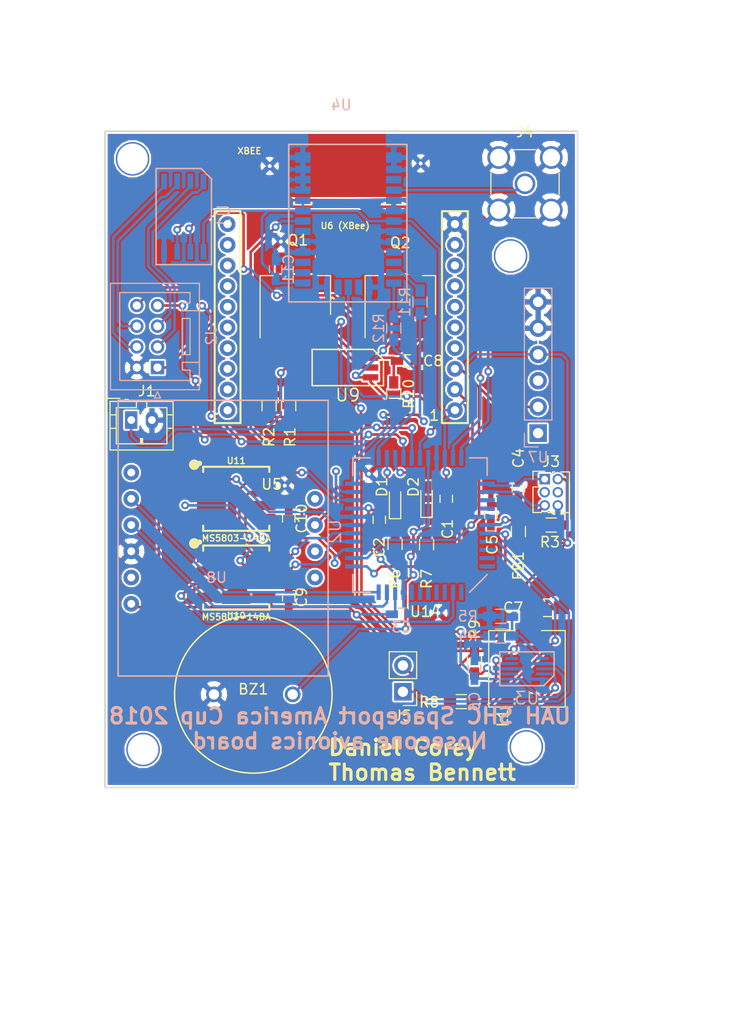
<source format=kicad_pcb>
(kicad_pcb (version 4) (host pcbnew 4.0.7)
  (layers (0 F.Cu signal) (31 B.Cu signal) (34 B.Paste user) (35 F.Paste user) (36 B.SilkS user) (37 F.SilkS user) (38 B.Mask user) (39 F.Mask user) (44 Edge.Cuts user))
  (net 0 "")
  (net 1 +BATT)
  (net 2 GND)
  (net 3 /Vbatt_meas)
  (net 4 +3V3)
  (net 5 VBUS)
  (net 6 /GPS1_EXTINT)
  (net 7 /GPS1_TXD)
  (net 8 /GPS1_RXD)
  (net 9 /GPS1_PPS)
  (net 10 "Net-(C4-Pad2)")
  (net 11 VDC)
  (net 12 "Net-(D1-Pad1)")
  (net 13 /LED_STATUS1)
  (net 14 "Net-(D2-Pad1)")
  (net 15 /LED_STATUS2)
  (net 16 /PDI_Data)
  (net 17 /PDI_CLK)
  (net 18 /XBEE_Dout)
  (net 19 /XBEE_Din)
  (net 20 "Net-(L1-Pad2)")
  (net 21 "Net-(Q1-Pad2)")
  (net 22 "Net-(Q2-Pad2)")
  (net 23 "Net-(R4-Pad2)")
  (net 24 "Net-(R8-Pad2)")
  (net 25 "Net-(R9-Pad2)")
  (net 26 /Center_Dout)
  (net 27 /Center_Din)
  (net 28 /IMU_INT)
  (net 29 /IMU_SDA)
  (net 30 /IMU_SCL)
  (net 31 /P2_CS)
  (net 32 /P1_CS)
  (net 33 /P_MOSI)
  (net 34 /P_MISO)
  (net 35 /P_SCLK)
  (net 36 "Net-(J4-Pad1)")
  (net 37 "Net-(R11-Pad1)")
  (net 38 "Net-(R12-Pad1)")
  (net 39 /Debug_TX)
  (net 40 /Debug_RX)
  (net 41 /Buzzer_drive)
  (net 42 /A1)
  (net 43 /A2)
  (net 44 "Net-(J3-Pad3)")
  (net 45 "Net-(J3-Pad4)")
  (net 46 "Net-(U2-Pad1)")
  (net 47 "Net-(U2-Pad3)")
  (net 48 "Net-(U2-Pad4)")
  (net 49 "Net-(U2-Pad5)")
  (net 50 "Net-(U2-Pad6)")
  (net 51 "Net-(U2-Pad7)")
  (net 52 "Net-(U2-Pad36)")
  (net 53 "Net-(U2-Pad37)")
  (net 54 "Net-(U2-Pad43)")
  (net 55 "Net-(U2-Pad44)")
  (net 56 "Net-(U4-Pad2)")
  (net 57 "Net-(U4-Pad3)")
  (net 58 "Net-(U4-Pad6)")
  (net 59 "Net-(U4-Pad16)")
  (net 60 "Net-(U4-Pad23)")
  (net 61 "Net-(U4-Pad24)")
  (net 62 "Net-(U4-Pad28)")
  (net 63 "Net-(U4-Pad30)")
  (net 64 "Net-(U6-Pad4)")
  (net 65 "Net-(U6-Pad5)")
  (net 66 "Net-(U6-Pad6)")
  (net 67 "Net-(U6-Pad7)")
  (net 68 "Net-(U6-Pad8)")
  (net 69 "Net-(U6-Pad9)")
  (net 70 "Net-(U6-Pad11)")
  (net 71 "Net-(U6-Pad12)")
  (net 72 "Net-(U6-Pad13)")
  (net 73 "Net-(U6-Pad14)")
  (net 74 "Net-(U6-Pad15)")
  (net 75 "Net-(U6-Pad16)")
  (net 76 "Net-(U6-Pad17)")
  (net 77 "Net-(U6-Pad18)")
  (net 78 "Net-(U6-Pad19)")
  (net 79 "Net-(U6-Pad20)")
  (net 80 "Net-(U7-Pad1)")
  (net 81 "Net-(U7-Pad3)")
  (net 82 "Net-(U8-Pad2)")
  (net 83 "Net-(U8-Pad6)")
  (net 84 "Net-(U8-Pad7)")
  (net 85 "Net-(U8-Pad9)")
  (net 86 "Net-(U8-Pad10)")
  (net 87 /RS422out+)
  (net 88 /RS422out-)
  (net 89 /RS422in+)
  (net 90 /RS422in-)
  (net 91 "Net-(U17-Pad1)")
  (net 92 "Net-(U18-Pad1)")
  (net 93 "Net-(U19-Pad1)")
  (net 94 "Net-(U20-Pad1)")
  (module "Misc components:Buzzer-CUI_CEP-2242" (layer F.Cu) (at 148.971 110.363 180)
    (fp_text reference BZ1 (at 0 0.5 180) (layer F.SilkS))
    (fp_text value Buzzer)
    (pad 2 thru_hole circle (at 3.81 0 180) (size 1.524 1.524) (drill 1) (layers *.Cu *.Mask) (net 2 GND))
    (pad 1 thru_hole circle (at -3.81 0 180) (size 1.524 1.524) (drill 1) (layers *.Cu *.Mask) (net 41 /Buzzer_drive))
  )
  (module "Misc components:SOIC-8" (layer B.Cu) (at 142.24 64.135 180)
    (fp_text reference U1 (at -3.88 0 450) (layer B.SilkS) (effects (font (size 1.2 1.2)) (justify mirror)))
    (fp_text value RS485_converter_ISL83488)
    (pad 8 smd rect (at -1.905 3.4 180) (size 0.55 1.5) (layers B.Cu B.Paste B.Mask) (net 87 /RS422out+))
    (pad 1 smd rect (at -1.905 -3.4 180) (size 0.55 1.5) (layers B.Cu B.Paste B.Mask) (net 4 +3V3))
    (pad 7 smd rect (at -0.635 3.4 180) (size 0.55 1.5) (layers B.Cu B.Paste B.Mask) (net 88 /RS422out-))
    (pad 2 smd rect (at -0.635 -3.4 180) (size 0.55 1.5) (layers B.Cu B.Paste B.Mask) (net 26 /Center_Dout))
    (pad 6 smd rect (at 0.635 3.4 180) (size 0.55 1.5) (layers B.Cu B.Paste B.Mask) (net 89 /RS422in+))
    (pad 3 smd rect (at 0.635 -3.4 180) (size 0.55 1.5) (layers B.Cu B.Paste B.Mask) (net 27 /Center_Din))
    (pad 5 smd rect (at 1.905 3.4 180) (size 0.55 1.5) (layers B.Cu B.Paste B.Mask) (net 90 /RS422in-))
    (pad 4 smd rect (at 1.905 -3.4 180) (size 0.55 1.5) (layers B.Cu B.Paste B.Mask) (net 2 GND))
  )
  (module Resistors_SMD:R_0603_HandSoldering (layer F.Cu) (at 152.4 82.423 270)
    (fp_text reference R1 (at 3.048 -0.127 270) (layer F.SilkS))
    (fp_text value 90.9k)
    (pad 1 smd rect (at -1.1 0 270) (size 1.2 0.9) (layers F.Cu F.Paste F.Mask) (net 1 +BATT))
    (pad 2 smd rect (at 1.1 0 270) (size 1.2 0.9) (layers F.Cu F.Paste F.Mask) (net 3 /Vbatt_meas))
  )
  (module Resistors_SMD:R_0603_HandSoldering (layer F.Cu) (at 150.495 82.423 90)
    (fp_text reference R2 (at -3.048 0 90) (layer F.SilkS))
    (fp_text value 10k)
    (pad 1 smd rect (at -1.1 0 90) (size 1.2 0.9) (layers F.Cu F.Paste F.Mask) (net 3 /Vbatt_meas))
    (pad 2 smd rect (at 1.1 0 90) (size 1.2 0.9) (layers F.Cu F.Paste F.Mask) (net 2 GND))
  )
  (module "Misc components:QFP_44" (layer B.Cu) (at 165.1 93.98 90)
    (fp_text reference U2 (at -0.635 -8.255 90) (layer B.SilkS) (effects (font (size 1.2 1.2)) (justify mirror)))
    (fp_text value ATXMEGA16A4U-AU)
    (pad 1 smd rect (at -6.5 4) (size 0.4 1.5) (layers B.Cu B.Paste B.Mask) (net 46 "Net-(U2-Pad1)"))
    (pad 2 smd rect (at -6.5 3.2) (size 0.4 1.5) (layers B.Cu B.Paste B.Mask) (net 31 /P2_CS))
    (pad 3 smd rect (at -6.5 2.4) (size 0.4 1.5) (layers B.Cu B.Paste B.Mask) (net 47 "Net-(U2-Pad3)"))
    (pad 4 smd rect (at -6.5 1.6) (size 0.4 1.5) (layers B.Cu B.Paste B.Mask) (net 48 "Net-(U2-Pad4)"))
    (pad 5 smd rect (at -6.5 0.8) (size 0.4 1.5) (layers B.Cu B.Paste B.Mask) (net 49 "Net-(U2-Pad5)"))
    (pad 6 smd rect (at -6.5 0) (size 0.4 1.5) (layers B.Cu B.Paste B.Mask) (net 50 "Net-(U2-Pad6)"))
    (pad 7 smd rect (at -6.5 -0.8) (size 0.4 1.5) (layers B.Cu B.Paste B.Mask) (net 51 "Net-(U2-Pad7)"))
    (pad 8 smd rect (at -6.5 -1.6) (size 0.4 1.5) (layers B.Cu B.Paste B.Mask) (net 2 GND))
    (pad 9 smd rect (at -6.5 -2.4) (size 0.4 1.5) (layers B.Cu B.Paste B.Mask) (net 4 +3V3))
    (pad 10 smd rect (at -6.5 -3.2) (size 0.4 1.5) (layers B.Cu B.Paste B.Mask) (net 29 /IMU_SDA))
    (pad 11 smd rect (at -6.5 -4) (size 0.4 1.5) (layers B.Cu B.Paste B.Mask) (net 30 /IMU_SCL))
    (pad 12 smd rect (at -4 -6.5 90) (size 0.4 1.5) (layers B.Cu B.Paste B.Mask) (net 18 /XBEE_Dout))
    (pad 13 smd rect (at -3.2 -6.5 90) (size 0.4 1.5) (layers B.Cu B.Paste B.Mask) (net 19 /XBEE_Din))
    (pad 14 smd rect (at -2.4 -6.5 90) (size 0.4 1.5) (layers B.Cu B.Paste B.Mask) (net 32 /P1_CS))
    (pad 15 smd rect (at -1.6 -6.5 90) (size 0.4 1.5) (layers B.Cu B.Paste B.Mask) (net 33 /P_MOSI))
    (pad 16 smd rect (at -0.8 -6.5 90) (size 0.4 1.5) (layers B.Cu B.Paste B.Mask) (net 34 /P_MISO))
    (pad 17 smd rect (at 0 -6.5 90) (size 0.4 1.5) (layers B.Cu B.Paste B.Mask) (net 35 /P_SCLK))
    (pad 18 smd rect (at 0.8 -6.5 90) (size 0.4 1.5) (layers B.Cu B.Paste B.Mask) (net 2 GND))
    (pad 19 smd rect (at 1.6 -6.5 90) (size 0.4 1.5) (layers B.Cu B.Paste B.Mask) (net 4 +3V3))
    (pad 20 smd rect (at 2.4 -6.5 90) (size 0.4 1.5) (layers B.Cu B.Paste B.Mask) (net 6 /GPS1_EXTINT))
    (pad 21 smd rect (at 3.2 -6.5 90) (size 0.4 1.5) (layers B.Cu B.Paste B.Mask) (net 28 /IMU_INT))
    (pad 22 smd rect (at 4 -6.5 90) (size 0.4 1.5) (layers B.Cu B.Paste B.Mask) (net 7 /GPS1_TXD))
    (pad 23 smd rect (at 6.5 -4) (size 0.4 1.5) (layers B.Cu B.Paste B.Mask) (net 8 /GPS1_RXD))
    (pad 24 smd rect (at 6.5 -3.2) (size 0.4 1.5) (layers B.Cu B.Paste B.Mask) (net 13 /LED_STATUS1))
    (pad 25 smd rect (at 6.5 -2.4) (size 0.4 1.5) (layers B.Cu B.Paste B.Mask) (net 15 /LED_STATUS2))
    (pad 26 smd rect (at 6.5 -1.6) (size 0.4 1.5) (layers B.Cu B.Paste B.Mask) (net 40 /Debug_RX))
    (pad 27 smd rect (at 6.5 -0.8) (size 0.4 1.5) (layers B.Cu B.Paste B.Mask) (net 39 /Debug_TX))
    (pad 28 smd rect (at 6.5 0) (size 0.4 1.5) (layers B.Cu B.Paste B.Mask) (net 9 /GPS1_PPS))
    (pad 29 smd rect (at 6.5 0.8) (size 0.4 1.5) (layers B.Cu B.Paste B.Mask) (net 41 /Buzzer_drive))
    (pad 30 smd rect (at 6.5 1.6) (size 0.4 1.5) (layers B.Cu B.Paste B.Mask) (net 2 GND))
    (pad 31 smd rect (at 6.5 2.4) (size 0.4 1.5) (layers B.Cu B.Paste B.Mask) (net 4 +3V3))
    (pad 32 smd rect (at 6.5 3.2) (size 0.4 1.5) (layers B.Cu B.Paste B.Mask) (net 26 /Center_Dout))
    (pad 33 smd rect (at 6.5 4) (size 0.4 1.5) (layers B.Cu B.Paste B.Mask) (net 27 /Center_Din))
    (pad 34 smd rect (at 4 6.5 90) (size 0.4 1.5) (layers B.Cu B.Paste B.Mask) (net 16 /PDI_Data))
    (pad 35 smd rect (at 3.2 6.5 90) (size 0.4 1.5) (layers B.Cu B.Paste B.Mask) (net 17 /PDI_CLK))
    (pad 36 smd rect (at 2.4 6.5 90) (size 0.4 1.5) (layers B.Cu B.Paste B.Mask) (net 52 "Net-(U2-Pad36)"))
    (pad 37 smd rect (at 1.6 6.5 90) (size 0.4 1.5) (layers B.Cu B.Paste B.Mask) (net 53 "Net-(U2-Pad37)"))
    (pad 38 smd rect (at 0.8 6.5 90) (size 0.4 1.5) (layers B.Cu B.Paste B.Mask) (net 2 GND))
    (pad 39 smd rect (at 0 6.5 90) (size 0.4 1.5) (layers B.Cu B.Paste B.Mask) (net 10 "Net-(C4-Pad2)"))
    (pad 40 smd rect (at -0.8 6.5 90) (size 0.4 1.5) (layers B.Cu B.Paste B.Mask) (net 3 /Vbatt_meas))
    (pad 41 smd rect (at -1.6 6.5 90) (size 0.4 1.5) (layers B.Cu B.Paste B.Mask) (net 42 /A1))
    (pad 42 smd rect (at -2.4 6.5 90) (size 0.4 1.5) (layers B.Cu B.Paste B.Mask) (net 43 /A2))
    (pad 43 smd rect (at -3.2 6.5 90) (size 0.4 1.5) (layers B.Cu B.Paste B.Mask) (net 54 "Net-(U2-Pad43)"))
    (pad 44 smd rect (at -4 6.5 90) (size 0.4 1.5) (layers B.Cu B.Paste B.Mask) (net 55 "Net-(U2-Pad44)"))
  )
  (module "Misc components:SOIC-10" (layer B.Cu) (at 175.4505 107.8865 90)
    (fp_text reference U3 (at -2.835 0 360) (layer B.SilkS) (effects (font (size 1.2 1.2)) (justify mirror)))
    (fp_text value 3.3V_DCDC_Conv_TPS62056DGS)
    (pad 10 smd rect (at -1 1.5 90) (size 0.27 1.25) (layers B.Cu B.Paste B.Mask) (net 2 GND))
    (pad 1 smd rect (at -1 -1.5 90) (size 0.27 1.25) (layers B.Cu B.Paste B.Mask) (net 11 VDC))
    (pad 9 smd rect (at -0.5 1.5 90) (size 0.27 1.25) (layers B.Cu B.Paste B.Mask) (net 20 "Net-(L1-Pad2)"))
    (pad 2 smd rect (at -0.5 -1.5 90) (size 0.27 1.25) (layers B.Cu B.Paste B.Mask) (net 25 "Net-(R9-Pad2)"))
    (pad 8 smd rect (at 0 1.5 90) (size 0.27 1.25) (layers B.Cu B.Paste B.Mask) (net 11 VDC))
    (pad 3 smd rect (at 0 -1.5 90) (size 0.27 1.25) (layers B.Cu B.Paste B.Mask) (net 2 GND))
    (pad 7 smd rect (at 0.5 1.5 90) (size 0.27 1.25) (layers B.Cu B.Paste B.Mask) (net 2 GND))
    (pad 4 smd rect (at 0.5 -1.5 90) (size 0.27 1.25) (layers B.Cu B.Paste B.Mask) (net 24 "Net-(R8-Pad2)"))
    (pad 6 smd rect (at 1 1.5 90) (size 0.27 1.25) (layers B.Cu B.Paste B.Mask) (net 23 "Net-(R4-Pad2)"))
    (pad 5 smd rect (at 1 -1.5 90) (size 0.27 1.25) (layers B.Cu B.Paste B.Mask) (net 4 +3V3))
  )
  (module "Misc components:UBX_CAM-M8C" (layer B.Cu) (at 162.56 58.42 180)
    (fp_text reference U4 (at 5.08 5.08 180) (layer B.SilkS) (effects (justify mirror)))
    (fp_text value GPS_UBX_CAM_M8C)
    (pad 27 smd rect (at 2.4 -12.55 90) (size 1.5 0.7) (layers B.Cu B.Paste B.Mask) (net 2 GND))
    (pad 1 smd rect (at 8.8 -12.15 180) (size 1.5 0.7) (layers B.Cu B.Paste B.Mask) (net 4 +3V3))
    (pad 2 smd rect (at 8.8 -11.15 180) (size 1.5 0.7) (layers B.Cu B.Paste B.Mask) (net 56 "Net-(U4-Pad2)"))
    (pad 3 smd rect (at 8.8 -10.15 180) (size 1.5 0.7) (layers B.Cu B.Paste B.Mask) (net 57 "Net-(U4-Pad3)"))
    (pad 4 smd rect (at 8.8 -9.15 180) (size 1.5 0.7) (layers B.Cu B.Paste B.Mask) (net 2 GND))
    (pad 5 smd rect (at 8.8 -8.15 180) (size 1.5 0.7) (layers B.Cu B.Paste B.Mask) (net 2 GND))
    (pad 6 smd rect (at 8.8 -7.15 180) (size 1.5 0.7) (layers B.Cu B.Paste B.Mask) (net 58 "Net-(U4-Pad6)"))
    (pad 7 smd rect (at 8.8 -6.15 180) (size 1.5 0.7) (layers B.Cu B.Paste B.Mask) (net 6 /GPS1_EXTINT))
    (pad 8 smd rect (at 8.8 -5.15 180) (size 1.5 0.7) (layers B.Cu B.Paste B.Mask) (net 4 +3V3))
    (pad 9 smd rect (at 8.8 -4.15 180) (size 1.5 0.7) (layers B.Cu B.Paste B.Mask) (net 4 +3V3))
    (pad 10 smd rect (at 8.8 -3.15 180) (size 1.5 0.7) (layers B.Cu B.Paste B.Mask) (net 2 GND))
    (pad 11 smd rect (at 8.8 -2.15 180) (size 1.5 0.7) (layers B.Cu B.Paste B.Mask) (net 2 GND))
    (pad 12 smd rect (at 8.8 -1.15 180) (size 1.5 0.7) (layers B.Cu B.Paste B.Mask) (net 2 GND))
    (pad 13 smd rect (at 8.8 0 180) (size 1.5 1) (layers B.Cu B.Paste B.Mask) (net 2 GND))
    (pad 14 smd rect (at 0 0 180) (size 1.5 1) (layers B.Cu B.Paste B.Mask) (net 2 GND))
    (pad 15 smd rect (at 0 -1.15 180) (size 1.5 0.7) (layers B.Cu B.Paste B.Mask) (net 2 GND))
    (pad 16 smd rect (at 0 -2.15 180) (size 1.5 0.7) (layers B.Cu B.Paste B.Mask) (net 59 "Net-(U4-Pad16)"))
    (pad 17 smd rect (at 0 -3.15 180) (size 1.5 0.7) (layers B.Cu B.Paste B.Mask) (net 36 "Net-(J4-Pad1)"))
    (pad 18 smd rect (at 0 -4.15 180) (size 1.5 0.7) (layers B.Cu B.Paste B.Mask) (net 2 GND))
    (pad 19 smd rect (at 0 -5.15 180) (size 1.5 0.7) (layers B.Cu B.Paste B.Mask) (net 2 GND))
    (pad 20 smd rect (at 0 -6.15 180) (size 1.5 0.7) (layers B.Cu B.Paste B.Mask) (net 4 +3V3))
    (pad 21 smd rect (at 0 -7.15 180) (size 1.5 0.7) (layers B.Cu B.Paste B.Mask) (net 2 GND))
    (pad 22 smd rect (at 0 -8.15 180) (size 1.5 0.7) (layers B.Cu B.Paste B.Mask) (net 2 GND))
    (pad 23 smd rect (at 0 -9.15 180) (size 1.5 0.7) (layers B.Cu B.Paste B.Mask) (net 60 "Net-(U4-Pad23)"))
    (pad 24 smd rect (at 0 -10.15 180) (size 1.5 0.7) (layers B.Cu B.Paste B.Mask) (net 61 "Net-(U4-Pad24)"))
    (pad 25 smd rect (at 0 -11.15 180) (size 1.5 0.7) (layers B.Cu B.Paste B.Mask) (net 37 "Net-(R11-Pad1)"))
    (pad 26 smd rect (at 0 -12.15 180) (size 1.5 0.7) (layers B.Cu B.Paste B.Mask) (net 38 "Net-(R12-Pad1)"))
    (pad 28 smd rect (at 3.4 -12.55 90) (size 1.5 0.7) (layers B.Cu B.Paste B.Mask) (net 62 "Net-(U4-Pad28)"))
    (pad 29 smd rect (at 4.4 -12.55 90) (size 1.5 0.7) (layers B.Cu B.Paste B.Mask) (net 9 /GPS1_PPS))
    (pad 30 smd rect (at 5.4 -12.55 90) (size 1.5 0.7) (layers B.Cu B.Paste B.Mask) (net 63 "Net-(U4-Pad30)"))
    (pad 31 smd rect (at 6.4 -12.55 90) (size 1.5 0.7) (layers B.Cu B.Paste B.Mask) (net 2 GND))
  )
  (module RF:XBEE (layer F.Cu) (at 157.48 62.865 180)
    (fp_text reference "U6 (XBee)" (at -0.381 -2.159 180) (layer F.SilkS) (effects (font (size 0.6096 0.6096) (thickness 0.127))))
    (fp_text value XBEE (at 8.89 5.08 180) (layer F.SilkS) (effects (font (size 0.6096 0.6096) (thickness 0.127))))
    (fp_text user 1 (at -8.9916 -20.50796 180) (layer F.SilkS) (effects (font (size 1.016 1.016) (thickness 0.1524))))
    (pad 1 thru_hole circle (at -10.9982 -19.99996 180) (size 1.524 1.524) (drill 0.79756) (layers *.Cu *.Mask) (net 4 +3V3))
    (pad 2 thru_hole circle (at -10.9982 -17.99844 180) (size 1.524 1.524) (drill 0.79756) (layers *.Cu *.Mask) (net 18 /XBEE_Dout))
    (pad 3 thru_hole circle (at -10.9982 -15.99946 180) (size 1.524 1.524) (drill 0.79756) (layers *.Cu *.Mask) (net 19 /XBEE_Din))
    (pad 4 thru_hole circle (at -10.9982 -13.99794 180) (size 1.524 1.524) (drill 0.79756) (layers *.Cu *.Mask) (net 64 "Net-(U6-Pad4)"))
    (pad 5 thru_hole circle (at -10.9982 -11.99896 180) (size 1.524 1.524) (drill 0.79756) (layers *.Cu *.Mask) (net 65 "Net-(U6-Pad5)"))
    (pad 6 thru_hole circle (at -10.9982 -9.99998 180) (size 1.524 1.524) (drill 0.79756) (layers *.Cu *.Mask) (net 66 "Net-(U6-Pad6)"))
    (pad 7 thru_hole circle (at -10.9982 -7.99846 180) (size 1.524 1.524) (drill 0.79756) (layers *.Cu *.Mask) (net 67 "Net-(U6-Pad7)"))
    (pad 8 thru_hole circle (at -10.9982 -5.99948 180) (size 1.524 1.524) (drill 0.79756) (layers *.Cu *.Mask) (net 68 "Net-(U6-Pad8)"))
    (pad 9 thru_hole circle (at -10.9982 -3.99796 180) (size 1.524 1.524) (drill 0.79756) (layers *.Cu *.Mask) (net 69 "Net-(U6-Pad9)"))
    (pad 10 thru_hole circle (at -10.9982 -1.99898 180) (size 1.524 1.524) (drill 0.79756) (layers *.Cu *.Mask) (net 2 GND))
    (pad 11 thru_hole circle (at 10.9982 -1.99898 180) (size 1.524 1.524) (drill 0.79756) (layers *.Cu *.Mask) (net 70 "Net-(U6-Pad11)"))
    (pad 12 thru_hole circle (at 10.9982 -3.99796 180) (size 1.524 1.524) (drill 0.79756) (layers *.Cu *.Mask) (net 71 "Net-(U6-Pad12)"))
    (pad 13 thru_hole circle (at 10.9982 -5.99948 180) (size 1.524 1.524) (drill 0.79756) (layers *.Cu *.Mask) (net 72 "Net-(U6-Pad13)"))
    (pad 14 thru_hole circle (at 10.9982 -7.99846 180) (size 1.524 1.524) (drill 0.79756) (layers *.Cu *.Mask) (net 73 "Net-(U6-Pad14)"))
    (pad 15 thru_hole circle (at 10.9982 -9.99998 180) (size 1.524 1.524) (drill 0.79756) (layers *.Cu *.Mask) (net 74 "Net-(U6-Pad15)"))
    (pad 16 thru_hole circle (at 10.9982 -11.99896 180) (size 1.524 1.524) (drill 0.79756) (layers *.Cu *.Mask) (net 75 "Net-(U6-Pad16)"))
    (pad 17 thru_hole circle (at 10.9982 -13.99794 180) (size 1.524 1.524) (drill 0.79756) (layers *.Cu *.Mask) (net 76 "Net-(U6-Pad17)"))
    (pad 18 thru_hole circle (at 10.9982 -15.99946 180) (size 1.524 1.524) (drill 0.79756) (layers *.Cu *.Mask) (net 77 "Net-(U6-Pad18)"))
    (pad 19 thru_hole circle (at 10.9982 -17.99844 180) (size 1.524 1.524) (drill 0.79756) (layers *.Cu *.Mask) (net 78 "Net-(U6-Pad19)"))
    (pad 20 thru_hole circle (at 10.9982 -19.99996 180) (size 1.524 1.524) (drill 0.79756) (layers *.Cu *.Mask) (net 79 "Net-(U6-Pad20)"))
  )
  (module Pin_Headers:Pin_Header_Straight_2x03_Pitch1.27mm (layer F.Cu) (at 177.165 89.535)
    (fp_text reference J3 (at 0.635 -1.695) (layer F.SilkS))
    (fp_text value Conn_02x03_Odd_Even)
    (pad 1 thru_hole rect (at 0 0) (size 1.016 1.016) (drill 0.65) (layers *.Cu *.Mask) (net 16 /PDI_Data))
    (pad 2 thru_hole oval (at 1.27 0) (size 1.016 1.016) (drill 0.65) (layers *.Cu *.Mask) (net 4 +3V3))
    (pad 3 thru_hole oval (at 0 1.27) (size 1.016 1.016) (drill 0.65) (layers *.Cu *.Mask) (net 44 "Net-(J3-Pad3)"))
    (pad 4 thru_hole oval (at 1.27 1.27) (size 1.016 1.016) (drill 0.65) (layers *.Cu *.Mask) (net 45 "Net-(J3-Pad4)"))
    (pad 5 thru_hole oval (at 0 2.54) (size 1.016 1.016) (drill 0.65) (layers *.Cu *.Mask) (net 17 /PDI_CLK))
    (pad 6 thru_hole oval (at 1.27 2.54) (size 1.016 1.016) (drill 0.65) (layers *.Cu *.Mask) (net 2 GND))
  )
  (module Pin_Headers:Pin_Header_Straight_1x06_Pitch2.54mm (layer B.Cu) (at 176.53 85.09)
    (fp_text reference U7 (at 0 2.33) (layer B.SilkS) (effects (justify mirror)))
    (fp_text value OpenLog)
    (pad 1 thru_hole rect (at 0 0) (size 1.7 1.7) (drill 1) (layers *.Cu *.Mask) (net 80 "Net-(U7-Pad1)"))
    (pad 2 thru_hole oval (at 0 -2.54) (size 1.7 1.7) (drill 1) (layers *.Cu *.Mask) (net 19 /XBEE_Din))
    (pad 3 thru_hole oval (at 0 -5.08) (size 1.7 1.7) (drill 1) (layers *.Cu *.Mask) (net 81 "Net-(U7-Pad3)"))
    (pad 4 thru_hole oval (at 0 -7.62) (size 1.7 1.7) (drill 1) (layers *.Cu *.Mask) (net 4 +3V3))
    (pad 5 thru_hole oval (at 0 -10.16) (size 1.7 1.7) (drill 1) (layers *.Cu *.Mask) (net 2 GND))
    (pad 6 thru_hole oval (at 0 -12.7) (size 1.7 1.7) (drill 1) (layers *.Cu *.Mask) (net 2 GND))
  )
  (module Capacitors_SMD:C_0603_HandSoldering (layer F.Cu) (at 167.64 91.44 90)
    (fp_text reference C1 (at -2.921 0.127 90) (layer F.SilkS))
    (fp_text value 100nF)
    (pad 1 smd rect (at -0.95 0 90) (size 1.2 0.75) (layers F.Cu F.Paste F.Mask) (net 2 GND))
    (pad 2 smd rect (at 0.95 0 90) (size 1.2 0.75) (layers F.Cu F.Paste F.Mask) (net 4 +3V3))
  )
  (module Capacitors_SMD:C_0603_HandSoldering (layer F.Cu) (at 161.163 93.472 270)
    (fp_text reference C2 (at 2.667 0 270) (layer F.SilkS))
    (fp_text value 100nF)
    (pad 1 smd rect (at -0.95 0 270) (size 1.2 0.75) (layers F.Cu F.Paste F.Mask) (net 4 +3V3))
    (pad 2 smd rect (at 0.95 0 270) (size 1.2 0.75) (layers F.Cu F.Paste F.Mask) (net 2 GND))
  )
  (module Capacitors_SMD:C_0603_HandSoldering (layer B.Cu) (at 163.322 102.616)
    (fp_text reference C3 (at 0 1.25) (layer B.SilkS) (effects (justify mirror)))
    (fp_text value 100nF)
    (pad 1 smd rect (at -0.95 0) (size 1.2 0.75) (layers B.Cu B.Paste B.Mask) (net 4 +3V3))
    (pad 2 smd rect (at 0.95 0) (size 1.2 0.75) (layers B.Cu B.Paste B.Mask) (net 2 GND))
  )
  (module Capacitors_SMD:C_0603_HandSoldering (layer F.Cu) (at 174.625 90.424 270)
    (fp_text reference C4 (at -2.921 0 270) (layer F.SilkS))
    (fp_text value 10uF)
    (pad 1 smd rect (at -0.95 0 270) (size 1.2 0.75) (layers F.Cu F.Paste F.Mask) (net 2 GND))
    (pad 2 smd rect (at 0.95 0 270) (size 1.2 0.75) (layers F.Cu F.Paste F.Mask) (net 10 "Net-(C4-Pad2)"))
  )
  (module Capacitors_SMD:C_0603_HandSoldering (layer F.Cu) (at 171.958 92.964 270)
    (fp_text reference C5 (at 2.921 -0.127 270) (layer F.SilkS))
    (fp_text value 100nF)
    (pad 1 smd rect (at -0.95 0 270) (size 1.2 0.75) (layers F.Cu F.Paste F.Mask) (net 2 GND))
    (pad 2 smd rect (at 0.95 0 270) (size 1.2 0.75) (layers F.Cu F.Paste F.Mask) (net 10 "Net-(C4-Pad2)"))
  )
  (module Capacitors_SMD:C_0603_HandSoldering (layer B.Cu) (at 170.3705 107.8865 90)
    (fp_text reference C6 (at -3.175 0 90) (layer B.SilkS) (effects (justify mirror)))
    (fp_text value 10uF)
    (pad 1 smd rect (at -0.95 0 90) (size 1.2 0.75) (layers B.Cu B.Paste B.Mask) (net 11 VDC))
    (pad 2 smd rect (at 0.95 0 90) (size 1.2 0.75) (layers B.Cu B.Paste B.Mask) (net 2 GND))
  )
  (module Capacitors_SMD:C_0603_HandSoldering (layer F.Cu) (at 163.83 78.105)
    (fp_text reference C8 (at 2.54 0) (layer F.SilkS))
    (fp_text value 22uF)
    (pad 1 smd rect (at -0.95 0) (size 1.2 0.75) (layers F.Cu F.Paste F.Mask) (net 11 VDC))
    (pad 2 smd rect (at 0.95 0) (size 1.2 0.75) (layers F.Cu F.Paste F.Mask) (net 2 GND))
  )
  (module LEDs:LED_0603_HandSoldering (layer F.Cu) (at 162.687 91.567 90)
    (fp_text reference D1 (at 1.27 -1.27 90) (layer F.SilkS))
    (fp_text value LED)
    (pad 1 smd rect (at -1.1 0 90) (size 1.2 0.9) (layers F.Cu F.Paste F.Mask) (net 12 "Net-(D1-Pad1)"))
    (pad 2 smd rect (at 1.1 0 90) (size 1.2 0.9) (layers F.Cu F.Paste F.Mask) (net 13 /LED_STATUS1))
  )
  (module LEDs:LED_0603_HandSoldering (layer F.Cu) (at 165.735 91.44 90)
    (fp_text reference D2 (at 1.143 -1.27 90) (layer F.SilkS))
    (fp_text value LED)
    (pad 1 smd rect (at -1.1 0 90) (size 1.2 0.9) (layers F.Cu F.Paste F.Mask) (net 14 "Net-(D2-Pad1)"))
    (pad 2 smd rect (at 1.1 0 90) (size 1.2 0.9) (layers F.Cu F.Paste F.Mask) (net 15 /LED_STATUS2))
  )
  (module Inductors_SMD:L_0603_HandSoldering (layer F.Cu) (at 174.625 94.615 90)
    (fp_text reference FB1 (at -3.302 0 90) (layer F.SilkS))
    (fp_text value FERRITE_BEAD-0603)
    (pad 1 smd rect (at -1.1 0 90) (size 1.2 0.9) (layers F.Cu F.Paste F.Mask) (net 4 +3V3))
    (pad 2 smd rect (at 1.1 0 90) (size 1.2 0.9) (layers F.Cu F.Paste F.Mask) (net 10 "Net-(C4-Pad2)"))
  )
  (module Inductors_SMD:L_7.3x7.3_H4.5 (layer F.Cu) (at 175.4505 107.8865 270)
    (fp_text reference L1 (at 4.7625 2.3495 270) (layer F.SilkS))
    (fp_text value 10uH)
    (pad 1 smd rect (at -3.2 0 270) (size 1.5 2.2) (layers F.Cu F.Paste F.Mask) (net 4 +3V3))
    (pad 2 smd rect (at 3.2 0 270) (size 1.5 2.2) (layers F.Cu F.Paste F.Mask) (net 20 "Net-(L1-Pad2)"))
  )
  (module TO_SOT_Packages_SMD:SOT-223-3_TabPin2 (layer F.Cu) (at 153.035 71.755 90)
    (fp_text reference Q1 (at 5.334 0.254 180) (layer F.SilkS))
    (fp_text value Q_PMOS_DGS)
    (pad 2 smd rect (at 3.15 0 90) (size 2 3.8) (layers F.Cu F.Paste F.Mask) (net 21 "Net-(Q1-Pad2)"))
    (pad 2 smd rect (at -3.15 0 90) (size 2 1.5) (layers F.Cu F.Paste F.Mask) (net 21 "Net-(Q1-Pad2)"))
    (pad 3 smd rect (at -3.15 2.3 90) (size 2 1.5) (layers F.Cu F.Paste F.Mask) (net 11 VDC))
    (pad 1 smd rect (at -3.15 -2.3 90) (size 2 1.5) (layers F.Cu F.Paste F.Mask) (net 1 +BATT))
  )
  (module TO_SOT_Packages_SMD:SOT-223-3_TabPin2 (layer F.Cu) (at 163.195 71.755 90)
    (fp_text reference Q2 (at 5.08 0 180) (layer F.SilkS))
    (fp_text value Q_PMOS_DGS)
    (pad 2 smd rect (at 3.15 0 90) (size 2 3.8) (layers F.Cu F.Paste F.Mask) (net 22 "Net-(Q2-Pad2)"))
    (pad 2 smd rect (at -3.15 0 90) (size 2 1.5) (layers F.Cu F.Paste F.Mask) (net 22 "Net-(Q2-Pad2)"))
    (pad 3 smd rect (at -3.15 2.3 90) (size 2 1.5) (layers F.Cu F.Paste F.Mask) (net 11 VDC))
    (pad 1 smd rect (at -3.15 -2.3 90) (size 2 1.5) (layers F.Cu F.Paste F.Mask) (net 5 VBUS))
  )
  (module Resistors_SMD:R_0603_HandSoldering (layer F.Cu) (at 177.8 93.98 180)
    (fp_text reference R3 (at 0.127 -1.651 180) (layer F.SilkS))
    (fp_text value 10k)
    (pad 1 smd rect (at -1.1 0 180) (size 1.2 0.9) (layers F.Cu F.Paste F.Mask) (net 4 +3V3))
    (pad 2 smd rect (at 1.1 0 180) (size 1.2 0.9) (layers F.Cu F.Paste F.Mask) (net 17 /PDI_CLK))
  )
  (module Resistors_SMD:R_0603_HandSoldering (layer B.Cu) (at 172.9105 104.7115)
    (fp_text reference R4 (at -3.175 0) (layer B.SilkS) (effects (justify mirror)))
    (fp_text value 130k)
    (pad 1 smd rect (at -1.1 0) (size 1.2 0.9) (layers B.Cu B.Paste B.Mask) (net 11 VDC))
    (pad 2 smd rect (at 1.1 0) (size 1.2 0.9) (layers B.Cu B.Paste B.Mask) (net 23 "Net-(R4-Pad2)"))
  )
  (module Resistors_SMD:R_0603_HandSoldering (layer B.Cu) (at 172.9105 102.8065 180)
    (fp_text reference R5 (at 3.175 0 180) (layer B.SilkS) (effects (justify mirror)))
    (fp_text value 100k)
    (pad 1 smd rect (at -1.1 0 180) (size 1.2 0.9) (layers B.Cu B.Paste B.Mask) (net 23 "Net-(R4-Pad2)"))
    (pad 2 smd rect (at 1.1 0 180) (size 1.2 0.9) (layers B.Cu B.Paste B.Mask) (net 2 GND))
  )
  (module Resistors_SMD:R_0603_HandSoldering (layer F.Cu) (at 162.687 95.842 90)
    (fp_text reference R6 (at -3.345 0 90) (layer F.SilkS))
    (fp_text value 220)
    (pad 1 smd rect (at -1.1 0 90) (size 1.2 0.9) (layers F.Cu F.Paste F.Mask) (net 2 GND))
    (pad 2 smd rect (at 1.1 0 90) (size 1.2 0.9) (layers F.Cu F.Paste F.Mask) (net 12 "Net-(D1-Pad1)"))
  )
  (module Resistors_SMD:R_0603_HandSoldering (layer F.Cu) (at 165.735 95.885 90)
    (fp_text reference R7 (at -3.302 0 90) (layer F.SilkS))
    (fp_text value 220)
    (pad 1 smd rect (at -1.1 0 90) (size 1.2 0.9) (layers F.Cu F.Paste F.Mask) (net 2 GND))
    (pad 2 smd rect (at 1.1 0 90) (size 1.2 0.9) (layers F.Cu F.Paste F.Mask) (net 14 "Net-(D2-Pad1)"))
  )
  (module Resistors_SMD:R_0603_HandSoldering (layer F.Cu) (at 169.1005 111.0615)
    (fp_text reference R8 (at -3.1115 0.0635) (layer F.SilkS))
    (fp_text value 1M)
    (pad 1 smd rect (at -1.1 0) (size 1.2 0.9) (layers F.Cu F.Paste F.Mask) (net 4 +3V3))
    (pad 2 smd rect (at 1.1 0) (size 1.2 0.9) (layers F.Cu F.Paste F.Mask) (net 24 "Net-(R8-Pad2)"))
  )
  (module Resistors_SMD:R_0603_HandSoldering (layer F.Cu) (at 170.3705 107.2515 270)
    (fp_text reference R9 (at -3.175 0 270) (layer F.SilkS))
    (fp_text value 1M)
    (pad 1 smd rect (at -1.1 0 270) (size 1.2 0.9) (layers F.Cu F.Paste F.Mask) (net 4 +3V3))
    (pad 2 smd rect (at 1.1 0 270) (size 1.2 0.9) (layers F.Cu F.Paste F.Mask) (net 25 "Net-(R9-Pad2)"))
  )
  (module Resistors_SMD:R_0603_HandSoldering (layer F.Cu) (at 162.56 81.28 270)
    (fp_text reference R10 (at 0 -1.45 270) (layer F.SilkS))
    (fp_text value 470k)
    (pad 1 smd rect (at -1.1 0 270) (size 1.2 0.9) (layers F.Cu F.Paste F.Mask) (net 11 VDC))
    (pad 2 smd rect (at 1.1 0 270) (size 1.2 0.9) (layers F.Cu F.Paste F.Mask) (net 22 "Net-(Q2-Pad2)"))
  )
  (module "Misc components:BNO055_Breakout" (layer B.Cu) (at 137.16 101.6)
    (fp_text reference U8 (at 8.255 -2.54) (layer B.SilkS) (effects (justify mirror)))
    (fp_text value BNO055)
    (pad 1 thru_hole circle (at 0 0) (size 1.524 1.524) (drill 0.762) (layers *.Cu *.Mask) (net 4 +3V3))
    (pad 2 thru_hole circle (at 0 -2.54) (size 1.524 1.524) (drill 0.762) (layers *.Cu *.Mask) (net 82 "Net-(U8-Pad2)"))
    (pad 3 thru_hole circle (at 0 -5.08) (size 1.524 1.524) (drill 0.762) (layers *.Cu *.Mask) (net 2 GND))
    (pad 4 thru_hole circle (at 0 -7.62) (size 1.524 1.524) (drill 0.762) (layers *.Cu *.Mask) (net 29 /IMU_SDA))
    (pad 5 thru_hole circle (at 0 -10.16) (size 1.524 1.524) (drill 0.762) (layers *.Cu *.Mask) (net 30 /IMU_SCL))
    (pad 6 thru_hole circle (at 0 -12.7) (size 1.524 1.524) (drill 0.762) (layers *.Cu *.Mask) (net 83 "Net-(U8-Pad6)"))
    (pad 7 thru_hole circle (at 17.78 -10.16) (size 1.524 1.524) (drill 0.762) (layers *.Cu *.Mask) (net 84 "Net-(U8-Pad7)"))
    (pad 8 thru_hole circle (at 17.78 -7.62) (size 1.524 1.524) (drill 0.762) (layers *.Cu *.Mask) (net 28 /IMU_INT))
    (pad 9 thru_hole circle (at 17.78 -5.08) (size 1.524 1.524) (drill 0.762) (layers *.Cu *.Mask) (net 85 "Net-(U8-Pad9)"))
    (pad 10 thru_hole circle (at 17.78 -2.54) (size 1.524 1.524) (drill 0.762) (layers *.Cu *.Mask) (net 86 "Net-(U8-Pad10)"))
  )
  (module "Misc components:SOIC-6" (layer F.Cu) (at 158.115 78.74 270)
    (fp_text reference U9 (at 2.667 0 540) (layer F.SilkS) (effects (font (size 1.2 1.2))))
    (fp_text value LTC4412)
    (pad 6 smd rect (at -0.95 -2.2 270) (size 0.61 1.5) (layers F.Cu F.Paste F.Mask) (net 11 VDC))
    (pad 1 smd rect (at -0.95 2.2 270) (size 0.61 1.5) (layers F.Cu F.Paste F.Mask) (net 1 +BATT))
    (pad 5 smd rect (at 0 -2.2 270) (size 0.61 1.5) (layers F.Cu F.Paste F.Mask) (net 21 "Net-(Q1-Pad2)"))
    (pad 2 smd rect (at 0 2.2 270) (size 0.61 1.5) (layers F.Cu F.Paste F.Mask) (net 2 GND))
    (pad 4 smd rect (at 0.95 -2.2 270) (size 0.61 1.5) (layers F.Cu F.Paste F.Mask) (net 22 "Net-(Q2-Pad2)"))
    (pad 3 smd rect (at 0.95 2.2 270) (size 0.61 1.5) (layers F.Cu F.Paste F.Mask) (net 2 GND))
  )
  (module Capacitors_SMD:C_0603_HandSoldering (layer F.Cu) (at 152.4 100.965 270)
    (fp_text reference C9 (at 0 -1.25 270) (layer F.SilkS))
    (fp_text value 100nF)
    (pad 1 smd rect (at -0.95 0 270) (size 1.2 0.75) (layers F.Cu F.Paste F.Mask) (net 2 GND))
    (pad 2 smd rect (at 0.95 0 270) (size 1.2 0.75) (layers F.Cu F.Paste F.Mask) (net 4 +3V3))
  )
  (module Capacitors_SMD:C_0603_HandSoldering (layer F.Cu) (at 152.4 93.345 270)
    (fp_text reference C10 (at 0 -1.25 270) (layer F.SilkS))
    (fp_text value 100nF)
    (pad 1 smd rect (at -0.95 0 270) (size 1.2 0.75) (layers F.Cu F.Paste F.Mask) (net 2 GND))
    (pad 2 smd rect (at 0.95 0 270) (size 1.2 0.75) (layers F.Cu F.Paste F.Mask) (net 4 +3V3))
  )
  (module Silicon-Standard:MS5803 (layer F.Cu) (at 147.32 99.06)
    (fp_text reference U10 (at 0 3.683 180) (layer F.SilkS) (effects (font (size 0.6096 0.6096) (thickness 0.127))))
    (fp_text value MS5803-14BA (at 0 3.81) (layer F.SilkS) (effects (font (size 0.6096 0.6096) (thickness 0.127))))
    (pad 1 smd rect (at -2.67462 -1.89992 90) (size 0.89916 2.2479) (layers F.Cu F.Paste F.Mask) (net 35 /P_SCLK))
    (pad 2 smd rect (at -2.67462 -0.6477 90) (size 0.89916 2.2479) (layers F.Cu F.Paste F.Mask) (net 2 GND))
    (pad 3 smd rect (at -2.39776 0.6477 90) (size 0.89916 2.79908) (layers F.Cu F.Paste F.Mask) (net 31 /P2_CS))
    (pad 4 smd rect (at -2.67462 1.89992 90) (size 0.89916 2.2479) (layers F.Cu F.Paste F.Mask))
    (pad 5 smd rect (at 2.67462 1.89992 90) (size 0.89916 2.2479) (layers F.Cu F.Paste F.Mask) (net 4 +3V3))
    (pad 6 smd rect (at 2.67462 0.6477 90) (size 0.89916 2.2479) (layers F.Cu F.Paste F.Mask) (net 2 GND))
    (pad 7 smd rect (at 2.67462 -0.6477 90) (size 0.89916 2.2479) (layers F.Cu F.Paste F.Mask) (net 33 /P_MOSI))
    (pad 8 smd rect (at 2.67462 -1.89992 90) (size 0.89916 2.2479) (layers F.Cu F.Paste F.Mask) (net 34 /P_MISO))
  )
  (module Silicon-Standard:MS5803 (layer F.Cu) (at 147.32 91.44)
    (fp_text reference U11 (at 0 -3.683) (layer F.SilkS) (effects (font (size 0.6096 0.6096) (thickness 0.127))))
    (fp_text value MS5803-14BA (at 0 3.81) (layer F.SilkS) (effects (font (size 0.6096 0.6096) (thickness 0.127))))
    (pad 1 smd rect (at -2.67462 -1.89992 90) (size 0.89916 2.2479) (layers F.Cu F.Paste F.Mask) (net 35 /P_SCLK))
    (pad 2 smd rect (at -2.67462 -0.6477 90) (size 0.89916 2.2479) (layers F.Cu F.Paste F.Mask) (net 2 GND))
    (pad 3 smd rect (at -2.39776 0.6477 90) (size 0.89916 2.79908) (layers F.Cu F.Paste F.Mask) (net 32 /P1_CS))
    (pad 4 smd rect (at -2.67462 1.89992 90) (size 0.89916 2.2479) (layers F.Cu F.Paste F.Mask))
    (pad 5 smd rect (at 2.67462 1.89992 90) (size 0.89916 2.2479) (layers F.Cu F.Paste F.Mask) (net 4 +3V3))
    (pad 6 smd rect (at 2.67462 0.6477 90) (size 0.89916 2.2479) (layers F.Cu F.Paste F.Mask) (net 2 GND))
    (pad 7 smd rect (at 2.67462 -0.6477 90) (size 0.89916 2.2479) (layers F.Cu F.Paste F.Mask) (net 33 /P_MOSI))
    (pad 8 smd rect (at 2.67462 -1.89992 90) (size 0.89916 2.2479) (layers F.Cu F.Paste F.Mask) (net 34 /P_MISO))
  )
  (module Connectors_JST:JST_PUD_B08B-PUDSS_2x04x2.00mm_Straight (layer B.Cu) (at 139.7 78.74 90)
    (fp_text reference J2 (at 3 5.2 90) (layer B.SilkS) (effects (justify mirror)))
    (fp_text value Conn_02x04_Odd_Even)
    (pad 1 thru_hole rect (at 0 0 90) (size 1.3 1.3) (drill 0.8) (layers *.Cu *.Mask) (net 5 VBUS))
    (pad 3 thru_hole circle (at 2 0 90) (size 1.3 1.3) (drill 0.8) (layers *.Cu *.Mask) (net 87 /RS422out+))
    (pad 5 thru_hole circle (at 4 0 90) (size 1.3 1.3) (drill 0.8) (layers *.Cu *.Mask) (net 88 /RS422out-))
    (pad 7 thru_hole circle (at 6 0 90) (size 1.3 1.3) (drill 0.8) (layers *.Cu *.Mask) (net 39 /Debug_TX))
    (pad 2 thru_hole circle (at 0 -2 90) (size 1.3 1.3) (drill 0.8) (layers *.Cu *.Mask) (net 2 GND))
    (pad 4 thru_hole circle (at 2 -2 90) (size 1.3 1.3) (drill 0.8) (layers *.Cu *.Mask) (net 90 /RS422in-))
    (pad 6 thru_hole circle (at 4 -2 90) (size 1.3 1.3) (drill 0.8) (layers *.Cu *.Mask) (net 89 /RS422in+))
    (pad 8 thru_hole circle (at 6 -2 90) (size 1.3 1.3) (drill 0.8) (layers *.Cu *.Mask) (net 40 /Debug_RX))
  )
  (module Connectors:SMA_THT_Jack_Straight (layer F.Cu) (at 175.26 60.96)
    (fp_text reference J4 (at 0 -5) (layer F.SilkS))
    (fp_text value Conn_Coaxial)
    (pad 2 thru_hole circle (at -2.54 2.54) (size 2.2 2.2) (drill 1.7) (layers *.Cu *.Mask) (net 2 GND))
    (pad 2 thru_hole circle (at -2.54 -2.54) (size 2.2 2.2) (drill 1.7) (layers *.Cu *.Mask) (net 2 GND))
    (pad 2 thru_hole circle (at 2.54 -2.54) (size 2.2 2.2) (drill 1.7) (layers *.Cu *.Mask) (net 2 GND))
    (pad 2 thru_hole circle (at 2.54 2.54) (size 2.2 2.2) (drill 1.7) (layers *.Cu *.Mask) (net 2 GND))
    (pad 1 thru_hole circle (at 0 0) (size 2 2) (drill 1.5) (layers *.Cu *.Mask) (net 36 "Net-(J4-Pad1)"))
  )
  (module Resistors_SMD:R_0603_HandSoldering (layer B.Cu) (at 165.1 72.39 270)
    (fp_text reference R11 (at 0 1.45 270) (layer B.SilkS) (effects (justify mirror)))
    (fp_text value 220)
    (pad 1 smd rect (at -1.1 0 270) (size 1.2 0.9) (layers B.Cu B.Paste B.Mask) (net 37 "Net-(R11-Pad1)"))
    (pad 2 smd rect (at 1.1 0 270) (size 1.2 0.9) (layers B.Cu B.Paste B.Mask) (net 7 /GPS1_TXD))
  )
  (module Resistors_SMD:R_0603_HandSoldering (layer B.Cu) (at 162.56 74.93 270)
    (fp_text reference R12 (at 0 1.45 270) (layer B.SilkS) (effects (justify mirror)))
    (fp_text value 220)
    (pad 1 smd rect (at -1.1 0 270) (size 1.2 0.9) (layers B.Cu B.Paste B.Mask) (net 38 "Net-(R12-Pad1)"))
    (pad 2 smd rect (at 1.1 0 270) (size 1.2 0.9) (layers B.Cu B.Paste B.Mask) (net 8 /GPS1_RXD))
  )
  (module Capacitors_SMD:C_0603_HandSoldering (layer B.Cu) (at 151.13 69.215 90)
    (fp_text reference C11 (at 0 1.25 90) (layer B.SilkS) (effects (justify mirror)))
    (fp_text value 4.7uF)
    (pad 1 smd rect (at -0.95 0 90) (size 1.2 0.75) (layers B.Cu B.Paste B.Mask) (net 4 +3V3))
    (pad 2 smd rect (at 0.95 0 90) (size 1.2 0.75) (layers B.Cu B.Paste B.Mask) (net 2 GND))
  )
  (module "Misc components:Small-via" (layer F.Cu) (at 150.749 89.535)
    (fp_text reference U5 (at 0 0.5) (layer F.SilkS))
    (fp_text value Via-stitch)
    (pad 1 thru_hole circle (at 1.27 0.635) (size 0.762 0.762) (drill 0.381) (layers *.Cu *.Mask) (net 2 GND))
  )
  (module "Misc components:Small-via" (layer F.Cu) (at 163.8935 58.3565)
    (fp_text reference "" (at 0 0.5) (layer F.SilkS))
    (fp_text value Via-stitch)
    (pad 1 thru_hole circle (at 1.27 0.635) (size 0.762 0.762) (drill 0.381) (layers *.Cu *.Mask) (net 2 GND))
  )
  (module "Misc components:Small-via" (layer F.Cu) (at 149.2885 58.6105)
    (fp_text reference "" (at -1.2065 1.4605) (layer F.SilkS))
    (fp_text value Via-stitch)
    (pad 1 thru_hole circle (at 1.27 0.635) (size 0.762 0.762) (drill 0.381) (layers *.Cu *.Mask) (net 2 GND))
  )
  (module Pin_Headers:Pin_Header_Straight_1x02_Pitch2.54mm (layer F.Cu) (at 163.449 110.109 180)
    (fp_text reference J5 (at 0 -2.33 180) (layer F.SilkS))
    (fp_text value Conn_01x02)
    (pad 1 thru_hole rect (at 0 0 180) (size 1.7 1.7) (drill 1) (layers *.Cu *.Mask) (net 42 /A1))
    (pad 2 thru_hole oval (at 0 2.54 180) (size 1.7 1.7) (drill 1) (layers *.Cu *.Mask) (net 43 /A2))
  )
  (module Connectors_JST:JST_PH_B2B-PH-K_02x2.00mm_Straight (layer F.Cu) (at 137.16 83.82)
    (fp_text reference J1 (at 1.5 -2.8) (layer F.SilkS))
    (fp_text value Conn_01x02)
    (pad 1 thru_hole rect (at 0 0) (size 1.2 1.7) (drill 0.75) (layers *.Cu *.Mask) (net 1 +BATT))
    (pad 2 thru_hole oval (at 2 0) (size 1.2 1.7) (drill 0.75) (layers *.Cu *.Mask) (net 2 GND))
  )
  (module Capacitors_SMD:C_0805_HandSoldering (layer F.Cu) (at 177.546 101.981)
    (fp_text reference C7 (at -3.429 0) (layer F.SilkS))
    (fp_text value 22uF)
    (pad 1 smd rect (at -1.25 0) (size 1.5 1.25) (layers F.Cu F.Paste F.Mask) (net 4 +3V3))
    (pad 2 smd rect (at 1.25 0) (size 1.5 1.25) (layers F.Cu F.Paste F.Mask) (net 2 GND))
  )
  (module "Misc components:Small-via" (layer F.Cu) (at 165.608 101.854)
    (fp_text reference U14 (at 0 0.5) (layer F.SilkS))
    (fp_text value Via-stitch)
    (pad 1 thru_hole circle (at 1.27 0.635) (size 0.762 0.762) (drill 0.381) (layers *.Cu *.Mask) (net 2 GND))
  )
  (module "Misc components:Small-via" (layer F.Cu) (at 150.368 65.913)
    (fp_text reference "" (at 0 0.5) (layer F.SilkS))
    (fp_text value Via-stitch)
    (pad 1 thru_hole circle (at 1.27 0.635) (size 0.762 0.762) (drill 0.381) (layers *.Cu *.Mask) (net 2 GND))
  )
  (module "Misc components:Small-via" (layer F.Cu) (at 158.877 88.392)
    (fp_text reference "" (at 0 0.5) (layer F.SilkS))
    (fp_text value Via-stitch)
    (pad 1 thru_hole circle (at 1.27 0.635) (size 0.762 0.762) (drill 0.381) (layers *.Cu *.Mask) (net 2 GND))
  )
  (module "Misc components:4_40_through_hole" (layer F.Cu) (at 138.303 113.157)
    (fp_text reference "" (at 0 0.5) (layer F.SilkS))
    (fp_text value Via-stitch)
    (pad 1 thru_hole circle (at 0 2.54) (size 3.25 3.25) (drill 2.95) (layers *.Cu *.Mask) (net 91 "Net-(U17-Pad1)"))
  )
  (module "Misc components:4_40_through_hole" (layer F.Cu) (at 173.863 65.405)
    (fp_text reference "" (at 0 0.5) (layer F.SilkS))
    (fp_text value Via-stitch)
    (pad 1 thru_hole circle (at 0 2.54) (size 3.25 3.25) (drill 2.95) (layers *.Cu *.Mask) (net 92 "Net-(U18-Pad1)"))
  )
  (module "Misc components:4_40_through_hole" (layer F.Cu) (at 137.287 56.007)
    (fp_text reference "" (at 0 0.5) (layer F.SilkS))
    (fp_text value Via-stitch)
    (pad 1 thru_hole circle (at 0 2.54) (size 3.25 3.25) (drill 2.95) (layers *.Cu *.Mask) (net 93 "Net-(U19-Pad1)"))
  )
  (module "Misc components:4_40_through_hole" (layer F.Cu) (at 175.387 112.903)
    (fp_text reference "" (at -3.302 2.286) (layer F.SilkS))
    (fp_text value Via-stitch)
    (pad 1 thru_hole circle (at 0 2.54) (size 3.25 3.25) (drill 2.95) (layers *.Cu *.Mask) (net 94 "Net-(U20-Pad1)"))
  )
  (gr_text "Daniel Corey\nThomas Bennett" (at 156.083 116.713) (layer F.SilkS) (effects (font (size 1.5 1.5) (thickness 0.3)) (justify left)))
  (gr_text "UAH SHC Spaceport America Cup 2018\nNosecone avionics board" (at 157.353 113.665) (layer B.SilkS) (effects (font (size 1.5 1.5) (thickness 0.3)) (justify mirror)))
  (gr_line (start 134.62 119.38) (end 134.62 55.88) (angle 90) (layer Edge.Cuts) (width 0.15))
  (gr_line (start 180.34 119.38) (end 134.62 119.38) (angle 90) (layer Edge.Cuts) (width 0.15))
  (gr_line (start 180.34 55.88) (end 180.34 119.38) (angle 90) (layer Edge.Cuts) (width 0.15))
  (gr_line (start 134.62 55.88) (end 180.34 55.88) (angle 90) (layer Edge.Cuts) (width 0.15))
  (segment (start 137.922 86.106) (end 138.176 86.106) (width 0.25) (layer B.Cu) (net 1))
  (segment (start 151.638 83.312) (end 150.241 84.709) (width 0.25) (layer B.Cu) (net 1))
  (segment (start 138.176 86.106) (end 139.954 86.106) (width 0.25) (layer B.Cu) (net 1))
  (segment (start 151.638 79.247998) (end 151.638 83.312) (width 0.25) (layer B.Cu) (net 1))
  (segment (start 150.241 84.709) (end 141.478 84.709) (width 0.25) (layer B.Cu) (net 1))
  (segment (start 141.478 84.709) (end 140.081 86.106) (width 0.25) (layer B.Cu) (net 1))
  (segment (start 140.081 86.106) (end 138.176 86.106) (width 0.25) (layer B.Cu) (net 1))
  (segment (start 137.16 83.82) (end 137.16 85.344) (width 0.25) (layer B.Cu) (net 1))
  (segment (start 137.16 85.344) (end 137.922 86.106) (width 0.25) (layer B.Cu) (net 1))
  (segment (start 151.937999 78.947999) (end 151.638 79.247998) (width 0.25) (layer F.Cu) (net 1))
  (segment (start 153.096 77.79) (end 151.937999 78.947999) (width 0.25) (layer F.Cu) (net 1))
  (via (at 151.638 79.247998) (size 0.762) (drill 0.381) (layers F.Cu B.Cu) (net 1))
  (segment (start 155.915 77.79) (end 153.096 77.79) (width 0.25) (layer F.Cu) (net 1))
  (segment (start 153.096 77.79) (end 152.4 78.486) (width 0.25) (layer F.Cu) (net 1))
  (segment (start 152.4 78.486) (end 152.4 81.323) (width 0.25) (layer F.Cu) (net 1))
  (segment (start 155.915 77.79) (end 153.62 77.79) (width 0.25) (layer F.Cu) (net 1))
  (segment (start 153.62 77.79) (end 150.735 74.905) (width 0.25) (layer F.Cu) (net 1))
  (segment (start 163.5 100.48) (end 163.5 101.844) (width 0.25) (layer B.Cu) (net 2))
  (segment (start 163.5 101.844) (end 164.272 102.616) (width 0.25) (layer B.Cu) (net 2))
  (segment (start 149.99462 99.7077) (end 152.0927 99.7077) (width 0.25) (layer F.Cu) (net 2))
  (segment (start 152.0927 99.7077) (end 152.4 100.015) (width 0.25) (layer F.Cu) (net 2))
  (segment (start 152.4 92.395) (end 152.0927 92.0877) (width 0.25) (layer F.Cu) (net 2))
  (segment (start 152.0927 92.0877) (end 149.99462 92.0877) (width 0.25) (layer F.Cu) (net 2))
  (segment (start 152.4 83.523) (end 157.31 83.523) (width 0.25) (layer F.Cu) (net 3))
  (segment (start 157.31 83.523) (end 159.004 85.217) (width 0.25) (layer F.Cu) (net 3))
  (segment (start 159.004 85.217) (end 159.004 100.950386) (width 0.25) (layer F.Cu) (net 3))
  (segment (start 164.210397 105.141989) (end 164.372397 104.979989) (width 0.25) (layer F.Cu) (net 3))
  (segment (start 159.004 100.950386) (end 163.195603 105.141989) (width 0.25) (layer F.Cu) (net 3))
  (segment (start 173.355 104.14) (end 173.355 95.407815) (width 0.25) (layer F.Cu) (net 3))
  (segment (start 163.195603 105.141989) (end 164.210397 105.141989) (width 0.25) (layer F.Cu) (net 3))
  (segment (start 164.372397 104.979989) (end 172.515011 104.979989) (width 0.25) (layer F.Cu) (net 3))
  (segment (start 172.515011 104.979989) (end 173.355 104.14) (width 0.25) (layer F.Cu) (net 3))
  (segment (start 173.355 95.407815) (end 173.355 94.869) (width 0.25) (layer F.Cu) (net 3))
  (segment (start 173.266 94.78) (end 171.6 94.78) (width 0.25) (layer B.Cu) (net 3))
  (segment (start 173.355 94.869) (end 173.266 94.78) (width 0.25) (layer B.Cu) (net 3))
  (segment (start 173.355 94.869) (end 173.355 94.869) (width 0.25) (layer B.Cu) (net 3))
  (via (at 173.355 94.869) (size 0.762) (drill 0.381) (layers F.Cu B.Cu) (net 3))
  (segment (start 150.495 83.523) (end 152.4 83.523) (width 0.25) (layer F.Cu) (net 3))
  (segment (start 179.367 95.172181) (end 179.367 95.710996) (width 0.25) (layer B.Cu) (net 4))
  (segment (start 179.367 78.021) (end 179.367 95.172181) (width 0.25) (layer B.Cu) (net 4))
  (segment (start 179.197 77.851) (end 179.367 78.021) (width 0.25) (layer B.Cu) (net 4))
  (segment (start 179.367 95.611) (end 179.367 95.710996) (width 0.25) (layer F.Cu) (net 4))
  (segment (start 179.386001 95.591999) (end 179.367 95.611) (width 0.25) (layer F.Cu) (net 4))
  (segment (start 175.4505 99.5275) (end 179.386001 95.591999) (width 0.25) (layer F.Cu) (net 4))
  (segment (start 175.4505 104.6865) (end 175.4505 99.5275) (width 0.25) (layer F.Cu) (net 4))
  (segment (start 178.986001 95.329997) (end 179.367 95.710996) (width 0.25) (layer F.Cu) (net 4))
  (segment (start 174.625 95.715) (end 179.263 95.715) (width 0.25) (layer F.Cu) (net 4))
  (segment (start 178.9 95.243996) (end 178.986001 95.329997) (width 0.25) (layer F.Cu) (net 4))
  (segment (start 179.263 95.715) (end 179.386001 95.591999) (width 0.25) (layer F.Cu) (net 4))
  (segment (start 178.9 93.98) (end 178.9 95.243996) (width 0.25) (layer F.Cu) (net 4))
  (via (at 179.367 95.710996) (size 0.762) (drill 0.381) (layers F.Cu B.Cu) (net 4))
  (segment (start 162.7 98.692002) (end 161.670999 97.663001) (width 0.25) (layer B.Cu) (net 4))
  (segment (start 162.7 100.48) (end 162.7 98.692002) (width 0.25) (layer B.Cu) (net 4))
  (segment (start 160.909001 96.901003) (end 161.29 97.282002) (width 0.25) (layer F.Cu) (net 4))
  (segment (start 160.120021 96.112023) (end 160.909001 96.901003) (width 0.25) (layer F.Cu) (net 4))
  (segment (start 161.670999 97.663001) (end 161.29 97.282002) (width 0.25) (layer B.Cu) (net 4))
  (segment (start 160.120021 92.329) (end 160.120021 96.112023) (width 0.25) (layer F.Cu) (net 4))
  (via (at 161.29 97.282002) (size 0.762) (drill 0.381) (layers F.Cu B.Cu) (net 4))
  (segment (start 149.808999 68.618999) (end 149.808999 64.186001) (width 0.25) (layer B.Cu) (net 4))
  (segment (start 151.13 70.165) (end 151.13 69.94) (width 0.25) (layer B.Cu) (net 4))
  (segment (start 151.13 69.94) (end 149.808999 68.618999) (width 0.25) (layer B.Cu) (net 4))
  (segment (start 149.808999 64.186001) (end 150.425 63.57) (width 0.25) (layer B.Cu) (net 4))
  (segment (start 170.3705 106.1515) (end 162.5395 106.1515) (width 0.25) (layer F.Cu) (net 4))
  (segment (start 161.798 105.41) (end 159.041381 102.653381) (width 0.25) (layer F.Cu) (net 4))
  (via (at 160.120021 92.329) (size 0.762) (drill 0.381) (layers F.Cu B.Cu) (net 4))
  (segment (start 159.303999 102.915999) (end 159.041381 102.653381) (width 0.25) (layer F.Cu) (net 4))
  (segment (start 158.6 92.38) (end 160.069021 92.38) (width 0.25) (layer B.Cu) (net 4))
  (segment (start 162.372 102.616) (end 159.004 102.616) (width 0.25) (layer B.Cu) (net 4))
  (segment (start 158.228238 101.915) (end 158.58562 102.272382) (width 0.25) (layer F.Cu) (net 4))
  (via (at 158.966619 102.653381) (size 0.762) (drill 0.381) (layers F.Cu B.Cu) (net 4))
  (segment (start 160.069021 92.38) (end 160.120021 92.329) (width 0.25) (layer B.Cu) (net 4))
  (segment (start 160.313021 92.522) (end 160.120021 92.329) (width 0.25) (layer F.Cu) (net 4))
  (segment (start 161.163 92.522) (end 160.313021 92.522) (width 0.25) (layer F.Cu) (net 4))
  (segment (start 159.004 102.616) (end 158.966619 102.653381) (width 0.25) (layer B.Cu) (net 4))
  (segment (start 159.041381 102.653381) (end 158.966619 102.653381) (width 0.25) (layer F.Cu) (net 4))
  (segment (start 152.4 101.915) (end 158.228238 101.915) (width 0.25) (layer F.Cu) (net 4))
  (segment (start 162.5395 106.1515) (end 161.798 105.41) (width 0.25) (layer F.Cu) (net 4))
  (segment (start 158.58562 102.272382) (end 158.966619 102.653381) (width 0.25) (layer F.Cu) (net 4))
  (segment (start 178.943 77.597) (end 179.197 77.851) (width 0.25) (layer B.Cu) (net 4))
  (segment (start 176.53 77.47) (end 178.816 77.47) (width 0.25) (layer B.Cu) (net 4))
  (segment (start 178.816 77.47) (end 179.197 77.851) (width 0.25) (layer B.Cu) (net 4))
  (segment (start 169.545201 78.358799) (end 170.434 77.47) (width 0.25) (layer B.Cu) (net 4))
  (segment (start 170.434 77.47) (end 176.53 77.47) (width 0.25) (layer B.Cu) (net 4))
  (segment (start 168.4782 82.86496) (end 169.545201 81.797959) (width 0.25) (layer B.Cu) (net 4))
  (segment (start 169.545201 81.797959) (end 169.545201 78.358799) (width 0.25) (layer B.Cu) (net 4))
  (segment (start 178.435 89.535) (end 179.07 89.535) (width 0.25) (layer F.Cu) (net 4))
  (segment (start 179.07 89.535) (end 179.324 89.789) (width 0.25) (layer F.Cu) (net 4))
  (segment (start 179.324 89.789) (end 179.324 93.556) (width 0.25) (layer F.Cu) (net 4))
  (segment (start 179.324 93.556) (end 178.9 93.98) (width 0.25) (layer F.Cu) (net 4))
  (segment (start 139.827 100.584) (end 139.827 101.219) (width 0.25) (layer F.Cu) (net 4))
  (segment (start 139.827 101.153) (end 139.065 101.915) (width 0.25) (layer F.Cu) (net 4))
  (segment (start 139.827 89.408) (end 139.827 100.584) (width 0.25) (layer F.Cu) (net 4))
  (segment (start 152.4 101.915) (end 139.065 101.915) (width 0.25) (layer F.Cu) (net 4))
  (segment (start 139.065 101.915) (end 137.475 101.915) (width 0.25) (layer F.Cu) (net 4))
  (segment (start 139.827 100.584) (end 139.827 101.153) (width 0.25) (layer F.Cu) (net 4))
  (segment (start 152.4 94.295) (end 152.974 94.295) (width 0.25) (layer F.Cu) (net 4))
  (segment (start 152.974 94.295) (end 153.67 93.599) (width 0.25) (layer F.Cu) (net 4))
  (segment (start 153.67 93.599) (end 153.67 90.678) (width 0.25) (layer F.Cu) (net 4))
  (segment (start 153.67 90.678) (end 151.511 88.519) (width 0.25) (layer F.Cu) (net 4))
  (segment (start 139.827 101.219) (end 139.446 101.6) (width 0.25) (layer F.Cu) (net 4))
  (segment (start 151.511 88.519) (end 140.716 88.519) (width 0.25) (layer F.Cu) (net 4))
  (segment (start 140.716 88.519) (end 139.827 89.408) (width 0.25) (layer F.Cu) (net 4))
  (segment (start 162.372 102.616) (end 162.7 102.288) (width 0.25) (layer B.Cu) (net 4))
  (segment (start 162.7 102.288) (end 162.7 100.48) (width 0.25) (layer B.Cu) (net 4))
  (segment (start 168.4782 82.86496) (end 167.5 83.84316) (width 0.25) (layer B.Cu) (net 4))
  (segment (start 167.5 83.84316) (end 167.5 87.48) (width 0.25) (layer B.Cu) (net 4))
  (segment (start 153.76 63.57) (end 159.074 63.57) (width 0.25) (layer B.Cu) (net 4))
  (segment (start 160.074 64.57) (end 162.56 64.57) (width 0.25) (layer B.Cu) (net 4))
  (segment (start 159.074 63.57) (end 160.074 64.57) (width 0.25) (layer B.Cu) (net 4))
  (segment (start 168.4782 82.86496) (end 167.44696 82.86496) (width 0.25) (layer B.Cu) (net 4))
  (segment (start 167.44696 82.86496) (end 167.005 82.423) (width 0.25) (layer B.Cu) (net 4))
  (segment (start 167.005 82.423) (end 167.005 67.31) (width 0.25) (layer B.Cu) (net 4))
  (segment (start 167.005 67.31) (end 164.265 64.57) (width 0.25) (layer B.Cu) (net 4))
  (segment (start 164.265 64.57) (end 162.56 64.57) (width 0.25) (layer B.Cu) (net 4))
  (segment (start 153.76 62.57) (end 153.76 63.57) (width 0.25) (layer B.Cu) (net 4))
  (segment (start 153.76 70.57) (end 151.535 70.57) (width 0.25) (layer B.Cu) (net 4))
  (segment (start 151.535 70.57) (end 151.13 70.165) (width 0.25) (layer B.Cu) (net 4))
  (segment (start 167.5 87.48) (end 167.5 88.76) (width 0.25) (layer B.Cu) (net 4))
  (segment (start 167.5 88.76) (end 167.64 88.9) (width 0.25) (layer B.Cu) (net 4))
  (via (at 167.64 88.9) (size 0.762) (drill 0.381) (layers F.Cu B.Cu) (net 4))
  (segment (start 167.64 88.9) (end 167.64 90.49) (width 0.25) (layer F.Cu) (net 4))
  (segment (start 137.475 101.915) (end 137.16 101.6) (width 0.25) (layer F.Cu) (net 4))
  (segment (start 144.145 66.9) (end 144.145 64.77) (width 0.25) (layer B.Cu) (net 4))
  (segment (start 144.145 64.77) (end 145.345 63.57) (width 0.25) (layer B.Cu) (net 4))
  (segment (start 145.345 63.57) (end 150.425 63.57) (width 0.25) (layer B.Cu) (net 4))
  (segment (start 150.425 63.57) (end 153.76 63.57) (width 0.25) (layer B.Cu) (net 4))
  (segment (start 149.99462 100.95992) (end 150.9497 101.915) (width 0.25) (layer F.Cu) (net 4))
  (segment (start 150.9497 101.915) (end 152.4 101.915) (width 0.25) (layer F.Cu) (net 4))
  (segment (start 149.99462 93.33992) (end 150.9497 94.295) (width 0.25) (layer F.Cu) (net 4))
  (segment (start 150.9497 94.295) (end 152.4 94.295) (width 0.25) (layer F.Cu) (net 4))
  (segment (start 168.0005 111.0615) (end 168.0005 108.5215) (width 0.25) (layer F.Cu) (net 4))
  (segment (start 168.0005 108.5215) (end 170.3705 106.1515) (width 0.25) (layer F.Cu) (net 4))
  (segment (start 170.3705 106.1515) (end 174.0105 106.1515) (width 0.25) (layer F.Cu) (net 4))
  (segment (start 174.0105 106.1515) (end 174.1805 105.9815) (width 0.25) (layer F.Cu) (net 4))
  (segment (start 173.9505 106.8865) (end 173.9505 106.2115) (width 0.25) (layer B.Cu) (net 4))
  (segment (start 174.1805 105.9815) (end 175.4505 104.7115) (width 0.25) (layer F.Cu) (net 4))
  (via (at 174.1805 105.9815) (size 0.762) (drill 0.381) (layers F.Cu B.Cu) (net 4))
  (segment (start 173.9505 106.2115) (end 174.1805 105.9815) (width 0.25) (layer B.Cu) (net 4))
  (segment (start 175.4505 104.7115) (end 175.4505 104.6865) (width 0.25) (layer F.Cu) (net 4))
  (segment (start 145.034 64.389) (end 145.669 63.754) (width 0.25) (layer F.Cu) (net 5))
  (segment (start 145.034 74.306) (end 145.034 64.389) (width 0.25) (layer F.Cu) (net 5))
  (segment (start 145.669 63.754) (end 147.828 63.754) (width 0.25) (layer F.Cu) (net 5))
  (segment (start 139.7 78.74) (end 140.6 78.74) (width 0.25) (layer F.Cu) (net 5))
  (segment (start 151.257 71.755) (end 148.717 69.215) (width 0.25) (layer B.Cu) (net 5))
  (segment (start 140.6 78.74) (end 145.034 74.306) (width 0.25) (layer F.Cu) (net 5))
  (segment (start 148.569805 69.215) (end 148.03099 69.215) (width 0.25) (layer B.Cu) (net 5))
  (via (at 148.03099 69.215) (size 0.762) (drill 0.381) (layers F.Cu B.Cu) (net 5))
  (segment (start 148.03099 68.676185) (end 148.03099 69.215) (width 0.25) (layer F.Cu) (net 5))
  (segment (start 147.828 63.754) (end 148.03099 63.95699) (width 0.25) (layer F.Cu) (net 5))
  (segment (start 148.03099 63.95699) (end 148.03099 68.676185) (width 0.25) (layer F.Cu) (net 5))
  (segment (start 148.717 69.215) (end 148.569805 69.215) (width 0.25) (layer B.Cu) (net 5))
  (segment (start 151.795815 71.755) (end 151.257 71.755) (width 0.25) (layer F.Cu) (net 5))
  (segment (start 156.745 71.755) (end 151.795815 71.755) (width 0.25) (layer F.Cu) (net 5))
  (segment (start 160.895 74.905) (end 159.895 74.905) (width 0.25) (layer F.Cu) (net 5))
  (segment (start 159.895 74.905) (end 156.745 71.755) (width 0.25) (layer F.Cu) (net 5))
  (via (at 151.257 71.755) (size 0.762) (drill 0.381) (layers F.Cu B.Cu) (net 5))
  (segment (start 153.67 88.9) (end 153.035 88.9) (width 0.25) (layer F.Cu) (net 6))
  (segment (start 153.035 88.9) (end 148.717 84.582) (width 0.25) (layer F.Cu) (net 6))
  (segment (start 148.717 84.582) (end 148.717 67.564) (width 0.25) (layer F.Cu) (net 6))
  (segment (start 148.717 67.564) (end 150.749001 65.531999) (width 0.25) (layer F.Cu) (net 6))
  (segment (start 150.749001 65.531999) (end 151.13 65.151) (width 0.25) (layer F.Cu) (net 6))
  (segment (start 153.76 64.57) (end 151.711 64.57) (width 0.25) (layer B.Cu) (net 6))
  (segment (start 151.510999 64.770001) (end 151.13 65.151) (width 0.25) (layer B.Cu) (net 6))
  (segment (start 151.711 64.57) (end 151.510999 64.770001) (width 0.25) (layer B.Cu) (net 6))
  (via (at 151.13 65.151) (size 0.762) (drill 0.381) (layers F.Cu B.Cu) (net 6))
  (via (at 153.67 88.9) (size 0.762) (drill 0.381) (layers F.Cu B.Cu) (net 6))
  (segment (start 153.67 88.9) (end 154.305 88.9) (width 0.25) (layer B.Cu) (net 6))
  (segment (start 154.305 88.9) (end 156.972 91.567) (width 0.25) (layer B.Cu) (net 6))
  (segment (start 156.972 91.567) (end 158.46 91.567) (width 0.25) (layer B.Cu) (net 6))
  (segment (start 165.100001 83.566001) (end 165.481 83.947) (width 0.25) (layer F.Cu) (net 7))
  (segment (start 164.846 83.312) (end 165.100001 83.566001) (width 0.25) (layer F.Cu) (net 7))
  (segment (start 161.543998 83.312) (end 164.846 83.312) (width 0.25) (layer F.Cu) (net 7))
  (via (at 165.481 83.947) (size 0.762) (drill 0.381) (layers F.Cu B.Cu) (net 7))
  (segment (start 165.100001 83.566001) (end 165.481 83.947) (width 0.25) (layer B.Cu) (net 7))
  (segment (start 165.1 73.49) (end 165.100001 83.566001) (width 0.25) (layer B.Cu) (net 7))
  (segment (start 158.6 89.98) (end 158.6 87.855272) (width 0.25) (layer B.Cu) (net 7))
  (segment (start 161.924997 83.692999) (end 161.543998 83.312) (width 0.25) (layer B.Cu) (net 7))
  (segment (start 158.6 87.855272) (end 161.924997 84.530275) (width 0.25) (layer B.Cu) (net 7))
  (segment (start 161.924997 84.530275) (end 161.924997 83.692999) (width 0.25) (layer B.Cu) (net 7))
  (via (at 161.543998 83.312) (size 0.762) (drill 0.381) (layers F.Cu B.Cu) (net 7))
  (segment (start 162.56 76.03) (end 162.56 76.88) (width 0.25) (layer B.Cu) (net 8))
  (segment (start 164.516001 83.063999) (end 161.1 86.48) (width 0.25) (layer B.Cu) (net 8))
  (segment (start 162.56 76.88) (end 164.516001 78.836001) (width 0.25) (layer B.Cu) (net 8))
  (segment (start 164.516001 78.836001) (end 164.516001 83.063999) (width 0.25) (layer B.Cu) (net 8))
  (segment (start 161.1 86.48) (end 161.1 87.48) (width 0.25) (layer B.Cu) (net 8))
  (segment (start 164.368815 81.534) (end 163.83 81.534) (width 0.25) (layer F.Cu) (net 9))
  (segment (start 165.099284 81.534) (end 164.368815 81.534) (width 0.25) (layer F.Cu) (net 9))
  (segment (start 166.496999 82.931715) (end 165.099284 81.534) (width 0.25) (layer F.Cu) (net 9))
  (segment (start 166.496999 84.582001) (end 166.496999 82.931715) (width 0.25) (layer F.Cu) (net 9))
  (segment (start 166.116 84.963) (end 166.496999 84.582001) (width 0.25) (layer F.Cu) (net 9))
  (segment (start 163.291185 81.534) (end 163.83 81.534) (width 0.25) (layer B.Cu) (net 9))
  (segment (start 159.639 81.534) (end 163.291185 81.534) (width 0.25) (layer B.Cu) (net 9))
  (segment (start 158.16 70.97) (end 158.16 80.055) (width 0.25) (layer B.Cu) (net 9))
  (via (at 163.83 81.534) (size 0.762) (drill 0.381) (layers F.Cu B.Cu) (net 9))
  (segment (start 158.16 80.055) (end 159.639 81.534) (width 0.25) (layer B.Cu) (net 9))
  (segment (start 165.1 85.979) (end 165.1 87.48) (width 0.25) (layer B.Cu) (net 9))
  (segment (start 166.116 84.963) (end 165.1 85.979) (width 0.25) (layer B.Cu) (net 9))
  (via (at 166.116 84.963) (size 0.762) (drill 0.381) (layers F.Cu B.Cu) (net 9))
  (segment (start 173.398 93.515) (end 173.355 93.472) (width 0.25) (layer F.Cu) (net 10))
  (segment (start 173.055001 93.771999) (end 173.355 93.472) (width 0.25) (layer B.Cu) (net 10))
  (segment (start 172.847 93.98) (end 173.055001 93.771999) (width 0.25) (layer B.Cu) (net 10))
  (segment (start 171.6 93.98) (end 172.847 93.98) (width 0.25) (layer B.Cu) (net 10))
  (segment (start 174.625 93.515) (end 173.398 93.515) (width 0.25) (layer F.Cu) (net 10))
  (segment (start 172.913 93.914) (end 173.055001 93.771999) (width 0.25) (layer F.Cu) (net 10))
  (segment (start 171.958 93.914) (end 172.913 93.914) (width 0.25) (layer F.Cu) (net 10))
  (segment (start 173.055001 93.771999) (end 173.355 93.472) (width 0.25) (layer F.Cu) (net 10))
  (via (at 173.355 93.472) (size 0.762) (drill 0.381) (layers F.Cu B.Cu) (net 10))
  (segment (start 174.625 91.374) (end 174.625 93.515) (width 0.25) (layer F.Cu) (net 10))
  (segment (start 156.86399 74.905) (end 157.092991 74.675999) (width 0.25) (layer F.Cu) (net 11))
  (segment (start 155.335 74.905) (end 156.86399 74.905) (width 0.25) (layer F.Cu) (net 11))
  (segment (start 157.47399 74.833815) (end 157.47399 74.295) (width 0.25) (layer B.Cu) (net 11))
  (segment (start 157.47399 80.76599) (end 157.47399 74.833815) (width 0.25) (layer B.Cu) (net 11))
  (segment (start 159.385 82.677) (end 157.47399 80.76599) (width 0.25) (layer B.Cu) (net 11))
  (via (at 157.47399 74.295) (size 0.762) (drill 0.381) (layers F.Cu B.Cu) (net 11))
  (segment (start 157.092991 74.675999) (end 157.47399 74.295) (width 0.25) (layer F.Cu) (net 11))
  (segment (start 176.9505 107.8865) (end 178.2445 107.8865) (width 0.25) (layer B.Cu) (net 11))
  (segment (start 178.943 109.982) (end 178.308 110.617) (width 0.25) (layer B.Cu) (net 11))
  (segment (start 178.2445 107.8865) (end 178.943 108.585) (width 0.25) (layer B.Cu) (net 11))
  (segment (start 178.943 108.585) (end 178.943 109.982) (width 0.25) (layer B.Cu) (net 11))
  (segment (start 178.308 110.617) (end 176.556 110.617) (width 0.25) (layer B.Cu) (net 11))
  (segment (start 176.556 110.617) (end 174.8255 108.8865) (width 0.25) (layer B.Cu) (net 11))
  (segment (start 174.8255 108.8865) (end 173.9505 108.8865) (width 0.25) (layer B.Cu) (net 11))
  (via (at 169.037 104.293979) (size 0.762) (drill 0.381) (layers F.Cu B.Cu) (net 11))
  (segment (start 170.3705 108.8365) (end 170.3705 108.6115) (width 0.25) (layer B.Cu) (net 11))
  (segment (start 169.037 107.278) (end 169.037 104.832794) (width 0.25) (layer B.Cu) (net 11))
  (segment (start 163.373719 104.711978) (end 164.032281 104.711978) (width 0.25) (layer F.Cu) (net 11))
  (segment (start 169.037 104.832794) (end 169.037 104.293979) (width 0.25) (layer B.Cu) (net 11))
  (segment (start 159.385 83.215815) (end 159.434011 83.264826) (width 0.25) (layer F.Cu) (net 11))
  (segment (start 168.498185 104.293979) (end 169.037 104.293979) (width 0.25) (layer F.Cu) (net 11))
  (segment (start 159.434011 100.77227) (end 163.373719 104.711978) (width 0.25) (layer F.Cu) (net 11))
  (segment (start 171.8105 104.7115) (end 169.454521 104.7115) (width 0.25) (layer B.Cu) (net 11))
  (segment (start 159.434011 83.264826) (end 159.434011 100.77227) (width 0.25) (layer F.Cu) (net 11))
  (segment (start 159.385 82.677) (end 159.385 83.215815) (width 0.25) (layer F.Cu) (net 11))
  (segment (start 169.417999 104.674978) (end 169.037 104.293979) (width 0.25) (layer B.Cu) (net 11))
  (segment (start 164.45028 104.293979) (end 168.498185 104.293979) (width 0.25) (layer F.Cu) (net 11))
  (segment (start 170.3705 108.6115) (end 169.037 107.278) (width 0.25) (layer B.Cu) (net 11))
  (segment (start 169.454521 104.7115) (end 169.417999 104.674978) (width 0.25) (layer B.Cu) (net 11))
  (segment (start 164.032281 104.711978) (end 164.45028 104.293979) (width 0.25) (layer F.Cu) (net 11))
  (segment (start 160.315 77.79) (end 159.07 77.79) (width 0.25) (layer F.Cu) (net 11))
  (segment (start 159.07 77.79) (end 156.185 74.905) (width 0.25) (layer F.Cu) (net 11))
  (segment (start 156.185 74.905) (end 155.335 74.905) (width 0.25) (layer F.Cu) (net 11))
  (via (at 159.385 82.677) (size 0.762) (drill 0.381) (layers F.Cu B.Cu) (net 11))
  (segment (start 165.495 74.905) (end 165.495 75.49) (width 0.25) (layer F.Cu) (net 11))
  (segment (start 160.315 77.79) (end 162.565 77.79) (width 0.25) (layer F.Cu) (net 11))
  (segment (start 171.6405 108.8365) (end 170.6855 108.8365) (width 0.25) (layer B.Cu) (net 11))
  (segment (start 170.6855 108.8365) (end 170.3705 108.5215) (width 0.25) (layer B.Cu) (net 11))
  (segment (start 173.9505 108.8865) (end 171.6905 108.8865) (width 0.25) (layer B.Cu) (net 11))
  (segment (start 171.6905 108.8865) (end 171.6405 108.8365) (width 0.25) (layer B.Cu) (net 11))
  (segment (start 162.56 80.18) (end 162.56 78.425) (width 0.25) (layer F.Cu) (net 11))
  (segment (start 162.56 78.425) (end 162.88 78.105) (width 0.25) (layer F.Cu) (net 11))
  (segment (start 165.495 75.49) (end 162.88 78.105) (width 0.25) (layer F.Cu) (net 11))
  (segment (start 162.565 77.79) (end 162.88 78.105) (width 0.25) (layer F.Cu) (net 11))
  (segment (start 162.687 92.667) (end 162.687 94.742) (width 0.25) (layer F.Cu) (net 12))
  (segment (start 161.925 88.9) (end 161.925 89.705) (width 0.25) (layer F.Cu) (net 13))
  (via (at 161.925 88.9) (size 0.762) (drill 0.381) (layers F.Cu B.Cu) (net 13))
  (segment (start 161.9 87.48) (end 161.9 88.875) (width 0.25) (layer B.Cu) (net 13))
  (segment (start 161.9 88.875) (end 161.925 88.9) (width 0.25) (layer B.Cu) (net 13))
  (segment (start 161.925 89.705) (end 162.687 90.467) (width 0.25) (layer F.Cu) (net 13))
  (segment (start 165.735 92.54) (end 165.735 94.785) (width 0.25) (layer F.Cu) (net 14))
  (segment (start 162.7 87.48) (end 162.7 88.405) (width 0.25) (layer B.Cu) (net 15))
  (segment (start 164.295 88.9) (end 165.735 90.34) (width 0.25) (layer F.Cu) (net 15))
  (segment (start 163.195 88.9) (end 164.295 88.9) (width 0.25) (layer F.Cu) (net 15))
  (via (at 163.195 88.9) (size 0.762) (drill 0.381) (layers F.Cu B.Cu) (net 15))
  (segment (start 162.7 88.405) (end 163.195 88.9) (width 0.25) (layer B.Cu) (net 15))
  (segment (start 177.165 89.535) (end 175.26 89.535) (width 0.25) (layer B.Cu) (net 16))
  (segment (start 175.26 89.535) (end 174.625 90.17) (width 0.25) (layer B.Cu) (net 16))
  (segment (start 174.625 90.17) (end 171.79 90.17) (width 0.25) (layer B.Cu) (net 16))
  (segment (start 171.79 90.17) (end 171.6 89.98) (width 0.25) (layer B.Cu) (net 16))
  (segment (start 171.6 90.78) (end 174.6 90.78) (width 0.25) (layer B.Cu) (net 17))
  (segment (start 174.6 90.78) (end 175.895 92.075) (width 0.25) (layer B.Cu) (net 17))
  (segment (start 175.895 92.075) (end 177.165 92.075) (width 0.25) (layer B.Cu) (net 17))
  (segment (start 176.7 93.98) (end 176.7 92.54) (width 0.25) (layer F.Cu) (net 17))
  (segment (start 176.7 92.54) (end 177.165 92.075) (width 0.25) (layer F.Cu) (net 17))
  (segment (start 161.341002 97.992998) (end 161.035999 98.298001) (width 0.25) (layer F.Cu) (net 18))
  (segment (start 161.035999 98.298001) (end 160.655 98.679) (width 0.25) (layer F.Cu) (net 18))
  (segment (start 165.099285 98.171001) (end 164.921282 97.992998) (width 0.25) (layer F.Cu) (net 18))
  (segment (start 168.147999 98.171001) (end 165.099285 98.171001) (width 0.25) (layer F.Cu) (net 18))
  (segment (start 168.91 97.409) (end 168.147999 98.171001) (width 0.25) (layer F.Cu) (net 18))
  (segment (start 170.18 92.703598) (end 168.91 93.973598) (width 0.25) (layer F.Cu) (net 18))
  (segment (start 170.18 82.56524) (end 170.18 92.703598) (width 0.25) (layer F.Cu) (net 18))
  (segment (start 168.91 93.973598) (end 168.91 97.409) (width 0.25) (layer F.Cu) (net 18))
  (segment (start 168.4782 80.86344) (end 170.18 82.56524) (width 0.25) (layer F.Cu) (net 18))
  (segment (start 164.921282 97.992998) (end 161.341002 97.992998) (width 0.25) (layer F.Cu) (net 18))
  (segment (start 160.274001 98.298001) (end 160.655 98.679) (width 0.25) (layer B.Cu) (net 18))
  (segment (start 158.6 97.98) (end 159.956 97.98) (width 0.25) (layer B.Cu) (net 18))
  (via (at 160.655 98.679) (size 0.762) (drill 0.381) (layers F.Cu B.Cu) (net 18))
  (segment (start 159.956 97.98) (end 160.274001 98.298001) (width 0.25) (layer B.Cu) (net 18))
  (segment (start 170.352999 93.680001) (end 170.053 93.98) (width 0.25) (layer F.Cu) (net 19))
  (segment (start 170.815 93.218) (end 170.352999 93.680001) (width 0.25) (layer F.Cu) (net 19))
  (segment (start 170.815 80.645) (end 170.815 93.218) (width 0.25) (layer F.Cu) (net 19))
  (segment (start 168.610001 95.422999) (end 169.753001 94.279999) (width 0.25) (layer B.Cu) (net 19))
  (segment (start 161.745599 95.422999) (end 168.610001 95.422999) (width 0.25) (layer B.Cu) (net 19))
  (segment (start 158.6 97.18) (end 159.988598 97.18) (width 0.25) (layer B.Cu) (net 19))
  (segment (start 169.753001 94.279999) (end 170.053 93.98) (width 0.25) (layer B.Cu) (net 19))
  (via (at 170.053 93.98) (size 0.762) (drill 0.381) (layers F.Cu B.Cu) (net 19))
  (segment (start 159.988598 97.18) (end 161.745599 95.422999) (width 0.25) (layer B.Cu) (net 19))
  (segment (start 176.53 82.55) (end 172.72 82.55) (width 0.25) (layer F.Cu) (net 19))
  (segment (start 172.72 82.55) (end 170.815 80.645) (width 0.25) (layer F.Cu) (net 19))
  (segment (start 170.815 80.645) (end 169.03446 78.86446) (width 0.25) (layer F.Cu) (net 19))
  (segment (start 168.4782 78.86446) (end 169.03446 78.86446) (width 0.25) (layer F.Cu) (net 19))
  (segment (start 177.800001 110.108999) (end 178.181 109.728) (width 0.25) (layer F.Cu) (net 20))
  (segment (start 176.8225 111.0865) (end 177.800001 110.108999) (width 0.25) (layer F.Cu) (net 20))
  (segment (start 178.181 109.189185) (end 178.181 109.728) (width 0.25) (layer B.Cu) (net 20))
  (segment (start 178.181 108.742) (end 178.181 109.189185) (width 0.25) (layer B.Cu) (net 20))
  (segment (start 177.8255 108.3865) (end 178.181 108.742) (width 0.25) (layer B.Cu) (net 20))
  (segment (start 176.9505 108.3865) (end 177.8255 108.3865) (width 0.25) (layer B.Cu) (net 20))
  (segment (start 175.4505 111.0865) (end 176.8225 111.0865) (width 0.25) (layer F.Cu) (net 20))
  (via (at 178.181 109.728) (size 0.762) (drill 0.381) (layers F.Cu B.Cu) (net 20))
  (segment (start 153.035 75.155) (end 153.035 74.905) (width 0.25) (layer F.Cu) (net 21))
  (segment (start 156.902 76.327) (end 154.207 76.327) (width 0.25) (layer F.Cu) (net 21))
  (segment (start 160.315 78.74) (end 159.315 78.74) (width 0.25) (layer F.Cu) (net 21))
  (segment (start 154.207 76.327) (end 153.035 75.155) (width 0.25) (layer F.Cu) (net 21))
  (segment (start 159.315 78.74) (end 156.902 76.327) (width 0.25) (layer F.Cu) (net 21))
  (segment (start 159.065 79.69) (end 158.877 79.502) (width 0.25) (layer F.Cu) (net 22))
  (segment (start 160.315 79.69) (end 159.065 79.69) (width 0.25) (layer F.Cu) (net 22))
  (segment (start 159.131 79.502) (end 158.877 79.502) (width 0.25) (layer B.Cu) (net 22))
  (segment (start 161.544 77.089) (end 159.131 79.502) (width 0.25) (layer B.Cu) (net 22))
  (via (at 158.877 79.502) (size 0.762) (drill 0.381) (layers F.Cu B.Cu) (net 22))
  (segment (start 161.544 77.089) (end 163.195 74.905) (width 0.25) (layer F.Cu) (net 22))
  (via (at 161.544 77.089) (size 0.762) (drill 0.381) (layers F.Cu B.Cu) (net 22))
  (segment (start 160.315 79.69) (end 160.315 80.135) (width 0.25) (layer F.Cu) (net 22))
  (segment (start 160.315 80.135) (end 162.56 82.38) (width 0.25) (layer F.Cu) (net 22))
  (segment (start 174.0105 104.7115) (end 174.0105 102.8065) (width 0.25) (layer B.Cu) (net 23))
  (segment (start 174.0105 104.7115) (end 174.7755 104.7115) (width 0.25) (layer B.Cu) (net 23))
  (segment (start 174.7755 104.7115) (end 176.9505 106.8865) (width 0.25) (layer B.Cu) (net 23))
  (segment (start 172.466 107.599815) (end 172.466 107.061) (width 0.25) (layer F.Cu) (net 24))
  (segment (start 170.3505 111.0615) (end 172.466 108.946) (width 0.25) (layer F.Cu) (net 24))
  (segment (start 172.466 108.946) (end 172.466 107.599815) (width 0.25) (layer F.Cu) (net 24))
  (segment (start 170.2005 111.0615) (end 170.3505 111.0615) (width 0.25) (layer F.Cu) (net 24))
  (segment (start 172.7915 107.3865) (end 172.466 107.061) (width 0.25) (layer B.Cu) (net 24))
  (segment (start 173.9505 107.3865) (end 172.7915 107.3865) (width 0.25) (layer B.Cu) (net 24))
  (via (at 172.466 107.061) (size 0.762) (drill 0.381) (layers F.Cu B.Cu) (net 24))
  (segment (start 171.0705 108.3515) (end 171.577 107.845) (width 0.25) (layer F.Cu) (net 25))
  (segment (start 170.3705 108.3515) (end 171.0705 108.3515) (width 0.25) (layer F.Cu) (net 25))
  (segment (start 171.957999 108.203999) (end 171.577 107.823) (width 0.25) (layer B.Cu) (net 25))
  (segment (start 172.1405 108.3865) (end 171.957999 108.203999) (width 0.25) (layer B.Cu) (net 25))
  (segment (start 173.9505 108.3865) (end 172.1405 108.3865) (width 0.25) (layer B.Cu) (net 25))
  (via (at 171.577 107.823) (size 0.762) (drill 0.381) (layers F.Cu B.Cu) (net 25))
  (segment (start 171.577 107.845) (end 171.577 107.823) (width 0.25) (layer F.Cu) (net 25))
  (segment (start 142.748 65.278) (end 144.8435 63.1825) (width 0.25) (layer F.Cu) (net 26))
  (segment (start 144.8435 63.1825) (end 168.9735 63.1825) (width 0.25) (layer F.Cu) (net 26))
  (segment (start 168.9735 63.1825) (end 170.942 65.151) (width 0.25) (layer F.Cu) (net 26))
  (segment (start 170.942 65.151) (end 170.942 79.121) (width 0.25) (layer F.Cu) (net 26))
  (segment (start 170.942 79.121) (end 170.942 79.756) (width 0.25) (layer F.Cu) (net 26))
  (segment (start 170.942 83.693) (end 170.942 80.180264) (width 0.25) (layer B.Cu) (net 26))
  (segment (start 168.3 86.335) (end 170.942 83.693) (width 0.25) (layer B.Cu) (net 26))
  (segment (start 168.3 87.48) (end 168.3 86.335) (width 0.25) (layer B.Cu) (net 26))
  (segment (start 170.942 80.180264) (end 170.942 79.756) (width 0.25) (layer B.Cu) (net 26))
  (via (at 170.942 79.756) (size 0.762) (drill 0.381) (layers F.Cu B.Cu) (net 26))
  (segment (start 142.875 65.405) (end 142.875 67.535) (width 0.25) (layer B.Cu) (net 26))
  (segment (start 142.748 65.278) (end 142.875 65.405) (width 0.25) (layer B.Cu) (net 26))
  (via (at 142.748 65.278) (size 0.762) (drill 0.381) (layers F.Cu B.Cu) (net 26))
  (segment (start 169.1 87.48) (end 169.1 86.48) (width 0.25) (layer B.Cu) (net 27))
  (segment (start 169.1 86.48) (end 171.704 83.876) (width 0.25) (layer B.Cu) (net 27))
  (segment (start 171.704 83.876) (end 171.704 79.121004) (width 0.25) (layer B.Cu) (net 27))
  (segment (start 171.704 79.121004) (end 171.704004 79.121) (width 0.25) (layer B.Cu) (net 27))
  (via (at 171.704004 79.121) (size 0.762) (drill 0.381) (layers F.Cu B.Cu) (net 27))
  (segment (start 171.704004 78.696736) (end 171.704004 79.121) (width 0.25) (layer F.Cu) (net 27))
  (segment (start 144.4625 62.5475) (end 169.6085 62.5475) (width 0.25) (layer F.Cu) (net 27))
  (segment (start 169.6085 62.5475) (end 171.704004 64.643004) (width 0.25) (layer F.Cu) (net 27))
  (segment (start 141.605 65.405) (end 144.4625 62.5475) (width 0.25) (layer F.Cu) (net 27))
  (segment (start 171.704004 64.643004) (end 171.704004 78.696736) (width 0.25) (layer F.Cu) (net 27))
  (segment (start 141.605 65.405) (end 141.605 67.535) (width 0.25) (layer B.Cu) (net 27))
  (via (at 141.605 65.405) (size 0.762) (drill 0.381) (layers F.Cu B.Cu) (net 27))
  (segment (start 156.972 90.152) (end 156.972 89.311815) (width 0.25) (layer B.Cu) (net 28))
  (segment (start 156.972 89.311815) (end 156.972 88.773) (width 0.25) (layer B.Cu) (net 28))
  (segment (start 157.6 90.78) (end 156.972 90.152) (width 0.25) (layer B.Cu) (net 28))
  (segment (start 158.6 90.78) (end 157.6 90.78) (width 0.25) (layer B.Cu) (net 28))
  (segment (start 154.94 93.98) (end 156.972 91.948) (width 0.25) (layer F.Cu) (net 28))
  (segment (start 156.972 89.311815) (end 156.972 88.773) (width 0.25) (layer F.Cu) (net 28))
  (segment (start 156.972 91.948) (end 156.972 89.311815) (width 0.25) (layer F.Cu) (net 28))
  (via (at 156.972 88.773) (size 0.762) (drill 0.381) (layers F.Cu B.Cu) (net 28))
  (segment (start 161.9 100.48) (end 161.9 101.48) (width 0.25) (layer B.Cu) (net 29))
  (segment (start 161.9 101.48) (end 161.526 101.854) (width 0.25) (layer B.Cu) (net 29))
  (segment (start 161.526 101.854) (end 145.160284 101.854) (width 0.25) (layer B.Cu) (net 29))
  (segment (start 145.160284 101.854) (end 137.286284 93.98) (width 0.25) (layer B.Cu) (net 29))
  (segment (start 137.286284 93.98) (end 137.16 93.98) (width 0.25) (layer B.Cu) (net 29))
  (segment (start 161.1 100.48) (end 146.2 100.48) (width 0.25) (layer B.Cu) (net 30))
  (segment (start 146.2 100.48) (end 137.16 91.44) (width 0.25) (layer B.Cu) (net 30))
  (segment (start 142.366999 100.457001) (end 141.986 100.838) (width 0.25) (layer F.Cu) (net 31))
  (segment (start 144.487967 103.339967) (end 142.366999 101.218999) (width 0.25) (layer B.Cu) (net 31))
  (segment (start 167.805033 103.339967) (end 144.487967 103.339967) (width 0.25) (layer B.Cu) (net 31))
  (segment (start 168.3 100.48) (end 168.3 102.845) (width 0.25) (layer B.Cu) (net 31))
  (via (at 141.986 100.838) (size 0.762) (drill 0.381) (layers F.Cu B.Cu) (net 31))
  (segment (start 168.3 102.845) (end 167.805033 103.339967) (width 0.25) (layer B.Cu) (net 31))
  (segment (start 144.92224 99.7077) (end 143.1163 99.7077) (width 0.25) (layer F.Cu) (net 31))
  (segment (start 142.366999 101.218999) (end 141.986 100.838) (width 0.25) (layer B.Cu) (net 31))
  (segment (start 143.1163 99.7077) (end 142.366999 100.457001) (width 0.25) (layer F.Cu) (net 31))
  (segment (start 142.905815 92.075) (end 142.367 92.075) (width 0.25) (layer B.Cu) (net 32))
  (via (at 142.367 92.075) (size 0.762) (drill 0.381) (layers F.Cu B.Cu) (net 32))
  (segment (start 149.86 95.249998) (end 146.685002 92.075) (width 0.25) (layer B.Cu) (net 32))
  (segment (start 146.685002 92.075) (end 142.905815 92.075) (width 0.25) (layer B.Cu) (net 32))
  (segment (start 142.3797 92.0877) (end 142.367 92.075) (width 0.25) (layer F.Cu) (net 32))
  (segment (start 144.92224 92.0877) (end 142.3797 92.0877) (width 0.25) (layer F.Cu) (net 32))
  (segment (start 158.6 96.38) (end 157.6 96.38) (width 0.25) (layer B.Cu) (net 32))
  (segment (start 156.845 97.124185) (end 156.845 97.663) (width 0.25) (layer F.Cu) (net 32))
  (segment (start 156.845 96.870185) (end 156.845 97.124185) (width 0.25) (layer F.Cu) (net 32))
  (segment (start 155.224813 95.249998) (end 156.845 96.870185) (width 0.25) (layer F.Cu) (net 32))
  (segment (start 149.86 95.249998) (end 155.224813 95.249998) (width 0.25) (layer F.Cu) (net 32))
  (via (at 156.845 97.663) (size 0.762) (drill 0.381) (layers F.Cu B.Cu) (net 32))
  (segment (start 156.845 97.135) (end 156.845 97.663) (width 0.25) (layer B.Cu) (net 32))
  (segment (start 157.6 96.38) (end 156.845 97.135) (width 0.25) (layer B.Cu) (net 32))
  (via (at 149.86 95.249998) (size 0.762) (drill 0.381) (layers F.Cu B.Cu) (net 32))
  (via (at 148.59 95.036538) (size 0.762) (drill 0.381) (layers F.Cu B.Cu) (net 33))
  (segment (start 148.209001 91.203969) (end 148.209001 94.655539) (width 0.25) (layer F.Cu) (net 33))
  (segment (start 148.59 96.52) (end 148.59 95.575353) (width 0.25) (layer B.Cu) (net 33))
  (segment (start 148.62067 90.7923) (end 148.209001 91.203969) (width 0.25) (layer F.Cu) (net 33))
  (segment (start 148.209001 94.655539) (end 148.59 95.036538) (width 0.25) (layer F.Cu) (net 33))
  (segment (start 147.701 97.409) (end 148.59 96.52) (width 0.25) (layer B.Cu) (net 33))
  (segment (start 148.59 95.575353) (end 148.59 95.036538) (width 0.25) (layer B.Cu) (net 33))
  (segment (start 149.99462 90.7923) (end 148.62067 90.7923) (width 0.25) (layer F.Cu) (net 33))
  (segment (start 158.6 95.58) (end 156.769718 95.58) (width 0.25) (layer B.Cu) (net 33))
  (segment (start 156.769718 95.58) (end 156.158999 96.190719) (width 0.25) (layer B.Cu) (net 33))
  (segment (start 156.158999 96.190719) (end 156.158999 96.952001) (width 0.25) (layer B.Cu) (net 33))
  (segment (start 156.158999 96.952001) (end 155.321 97.79) (width 0.25) (layer B.Cu) (net 33))
  (segment (start 155.321 97.79) (end 153.573815 97.79) (width 0.25) (layer B.Cu) (net 33))
  (segment (start 153.573815 97.79) (end 153.035 97.79) (width 0.25) (layer B.Cu) (net 33))
  (segment (start 147.701 97.49263) (end 147.701 97.409) (width 0.25) (layer F.Cu) (net 33))
  (segment (start 148.62067 98.4123) (end 147.701 97.49263) (width 0.25) (layer F.Cu) (net 33))
  (segment (start 149.99462 98.4123) (end 148.62067 98.4123) (width 0.25) (layer F.Cu) (net 33))
  (via (at 147.701 97.409) (size 0.762) (drill 0.381) (layers F.Cu B.Cu) (net 33))
  (segment (start 152.4127 98.4123) (end 149.99462 98.4123) (width 0.25) (layer F.Cu) (net 33))
  (segment (start 153.035 97.79) (end 152.4127 98.4123) (width 0.25) (layer F.Cu) (net 33))
  (via (at 153.035 97.79) (size 0.762) (drill 0.381) (layers F.Cu B.Cu) (net 33))
  (segment (start 149.99462 89.54008) (end 148.62067 89.54008) (width 0.25) (layer F.Cu) (net 34))
  (segment (start 149.32025 97.16008) (end 149.99462 97.16008) (width 0.25) (layer F.Cu) (net 34))
  (segment (start 147.623647 95.463477) (end 149.32025 97.16008) (width 0.25) (layer F.Cu) (net 34))
  (segment (start 148.62067 89.54008) (end 147.623647 90.537103) (width 0.25) (layer F.Cu) (net 34))
  (segment (start 147.623647 90.537103) (end 147.623647 95.463477) (width 0.25) (layer F.Cu) (net 34))
  (segment (start 158.6 94.78) (end 156.68 94.78) (width 0.25) (layer B.Cu) (net 34))
  (segment (start 152.39492 97.16008) (end 149.99462 97.16008) (width 0.25) (layer F.Cu) (net 34))
  (segment (start 153.035 96.52) (end 152.39492 97.16008) (width 0.25) (layer F.Cu) (net 34))
  (via (at 153.035 96.52) (size 0.762) (drill 0.381) (layers F.Cu B.Cu) (net 34))
  (segment (start 154.305 95.25) (end 153.035 96.52) (width 0.25) (layer B.Cu) (net 34))
  (segment (start 156.21 95.25) (end 154.305 95.25) (width 0.25) (layer B.Cu) (net 34))
  (segment (start 156.68 94.78) (end 156.21 95.25) (width 0.25) (layer B.Cu) (net 34))
  (segment (start 141.426999 93.242119) (end 141.426999 91.384511) (width 0.25) (layer F.Cu) (net 35))
  (segment (start 141.426999 91.384511) (end 143.27143 89.54008) (width 0.25) (layer F.Cu) (net 35))
  (segment (start 144.64538 96.4605) (end 141.426999 93.242119) (width 0.25) (layer F.Cu) (net 35))
  (segment (start 143.27143 89.54008) (end 144.64538 89.54008) (width 0.25) (layer F.Cu) (net 35))
  (segment (start 144.64538 97.16008) (end 144.64538 96.4605) (width 0.25) (layer F.Cu) (net 35))
  (segment (start 158.6 93.98) (end 156.845 93.98) (width 0.25) (layer B.Cu) (net 35))
  (segment (start 147.31492 89.54008) (end 144.64538 89.54008) (width 0.25) (layer F.Cu) (net 35))
  (segment (start 147.32 89.535) (end 147.31492 89.54008) (width 0.25) (layer F.Cu) (net 35))
  (via (at 147.32 89.535) (size 0.762) (drill 0.381) (layers F.Cu B.Cu) (net 35))
  (segment (start 150.495 92.71) (end 147.32 89.535) (width 0.25) (layer B.Cu) (net 35))
  (segment (start 155.575 92.71) (end 150.495 92.71) (width 0.25) (layer B.Cu) (net 35))
  (segment (start 156.845 93.98) (end 155.575 92.71) (width 0.25) (layer B.Cu) (net 35))
  (segment (start 162.56 61.57) (end 174.65 61.57) (width 0.25) (layer B.Cu) (net 36))
  (segment (start 174.65 61.57) (end 175.26 60.96) (width 0.25) (layer B.Cu) (net 36))
  (segment (start 162.56 69.57) (end 163.38 69.57) (width 0.25) (layer B.Cu) (net 37))
  (segment (start 163.38 69.57) (end 165.1 71.29) (width 0.25) (layer B.Cu) (net 37))
  (segment (start 162.56 70.57) (end 162.56 73.83) (width 0.25) (layer B.Cu) (net 38))
  (segment (start 143.002001 79.629001) (end 143.383 80.01) (width 0.25) (layer B.Cu) (net 39))
  (segment (start 142.113 78.74) (end 143.002001 79.629001) (width 0.25) (layer B.Cu) (net 39))
  (segment (start 142.113 72.771) (end 142.113 78.74) (width 0.25) (layer B.Cu) (net 39))
  (segment (start 143.383 80.548815) (end 143.383 80.01) (width 0.25) (layer F.Cu) (net 39))
  (segment (start 143.383 84.836) (end 143.383 80.548815) (width 0.25) (layer F.Cu) (net 39))
  (segment (start 144.272 85.725) (end 143.383 84.836) (width 0.25) (layer F.Cu) (net 39))
  (via (at 143.383 80.01) (size 0.762) (drill 0.381) (layers F.Cu B.Cu) (net 39))
  (segment (start 144.652999 85.344001) (end 144.272 85.725) (width 0.25) (layer B.Cu) (net 39))
  (segment (start 144.779999 85.217001) (end 144.652999 85.344001) (width 0.25) (layer B.Cu) (net 39))
  (segment (start 159.81701 84.53099) (end 159.130999 85.217001) (width 0.25) (layer B.Cu) (net 39))
  (segment (start 159.130999 85.217001) (end 144.779999 85.217001) (width 0.25) (layer B.Cu) (net 39))
  (segment (start 160.909 84.53099) (end 159.81701 84.53099) (width 0.25) (layer B.Cu) (net 39))
  (via (at 144.272 85.725) (size 0.762) (drill 0.381) (layers F.Cu B.Cu) (net 39))
  (via (at 160.909 84.53099) (size 0.762) (drill 0.381) (layers F.Cu B.Cu) (net 39))
  (segment (start 164.338 84.582) (end 160.96001 84.582) (width 0.25) (layer F.Cu) (net 39))
  (segment (start 160.96001 84.582) (end 160.909 84.53099) (width 0.25) (layer F.Cu) (net 39))
  (segment (start 142.082 72.74) (end 142.113 72.771) (width 0.25) (layer F.Cu) (net 39))
  (segment (start 139.7 72.74) (end 142.082 72.74) (width 0.25) (layer F.Cu) (net 39))
  (via (at 142.113 72.771) (size 0.762) (drill 0.381) (layers F.Cu B.Cu) (net 39))
  (segment (start 164.3 84.62) (end 164.338 84.582) (width 0.25) (layer B.Cu) (net 39))
  (segment (start 164.3 87.48) (end 164.3 84.62) (width 0.25) (layer B.Cu) (net 39))
  (via (at 164.338 84.582) (size 0.762) (drill 0.381) (layers F.Cu B.Cu) (net 39))
  (segment (start 144.398999 73.151999) (end 144.018 72.771) (width 0.25) (layer B.Cu) (net 40))
  (segment (start 144.907002 73.660002) (end 144.398999 73.151999) (width 0.25) (layer B.Cu) (net 40))
  (segment (start 144.907002 83.439) (end 144.907002 73.660002) (width 0.25) (layer B.Cu) (net 40))
  (segment (start 143.637001 72.390001) (end 144.018 72.771) (width 0.25) (layer F.Cu) (net 40))
  (segment (start 142.24 70.993) (end 143.637001 72.390001) (width 0.25) (layer F.Cu) (net 40))
  (segment (start 139.447 70.993) (end 142.24 70.993) (width 0.25) (layer F.Cu) (net 40))
  (segment (start 137.7 72.74) (end 139.447 70.993) (width 0.25) (layer F.Cu) (net 40))
  (via (at 144.018 72.771) (size 0.762) (drill 0.381) (layers F.Cu B.Cu) (net 40))
  (segment (start 145.36399 83.439) (end 144.907002 83.439) (width 0.25) (layer F.Cu) (net 40))
  (segment (start 147.828 85.90301) (end 145.36399 83.439) (width 0.25) (layer F.Cu) (net 40))
  (via (at 144.907002 83.439) (size 0.762) (drill 0.381) (layers F.Cu B.Cu) (net 40))
  (segment (start 160.658836 85.217) (end 160.120021 85.217) (width 0.25) (layer F.Cu) (net 40))
  (segment (start 160.039021 85.217) (end 160.120021 85.217) (width 0.25) (layer B.Cu) (net 40))
  (segment (start 162.814 85.217) (end 160.658836 85.217) (width 0.25) (layer F.Cu) (net 40))
  (via (at 160.120021 85.217) (size 0.762) (drill 0.381) (layers F.Cu B.Cu) (net 40))
  (segment (start 160.039021 85.217) (end 159.353011 85.90301) (width 0.25) (layer B.Cu) (net 40))
  (segment (start 163.449 85.852) (end 162.814 85.217) (width 0.25) (layer F.Cu) (net 40))
  (segment (start 159.353011 85.90301) (end 148.366815 85.90301) (width 0.25) (layer B.Cu) (net 40))
  (segment (start 148.366815 85.90301) (end 147.828 85.90301) (width 0.25) (layer B.Cu) (net 40))
  (via (at 147.828 85.90301) (size 0.762) (drill 0.381) (layers F.Cu B.Cu) (net 40))
  (via (at 163.449 85.852) (size 0.762) (drill 0.381) (layers F.Cu B.Cu) (net 40))
  (segment (start 163.5 87.48) (end 163.5 85.903) (width 0.25) (layer B.Cu) (net 40))
  (segment (start 163.5 85.903) (end 163.449 85.852) (width 0.25) (layer B.Cu) (net 40))
  (segment (start 164.211 98.552) (end 164.465 98.806) (width 0.25) (layer B.Cu) (net 41))
  (segment (start 164.211 97.028) (end 164.211 98.552) (width 0.25) (layer B.Cu) (net 41))
  (segment (start 163.703 99.568) (end 164.084001 99.186999) (width 0.25) (layer F.Cu) (net 41))
  (segment (start 163.703 104.025977) (end 163.703 99.568) (width 0.25) (layer F.Cu) (net 41))
  (segment (start 164.084001 99.186999) (end 164.465 98.806) (width 0.25) (layer F.Cu) (net 41))
  (via (at 164.465 98.806) (size 0.762) (drill 0.381) (layers F.Cu B.Cu) (net 41))
  (segment (start 164.465 96.774) (end 164.211 97.028) (width 0.25) (layer F.Cu) (net 41))
  (segment (start 164.465 94.615) (end 164.465 96.774) (width 0.25) (layer F.Cu) (net 41))
  (via (at 164.211 97.028) (size 0.762) (drill 0.381) (layers F.Cu B.Cu) (net 41))
  (via (at 163.703 104.025977) (size 0.762) (drill 0.381) (layers F.Cu B.Cu) (net 41))
  (segment (start 159.118023 104.025977) (end 163.164185 104.025977) (width 0.25) (layer B.Cu) (net 41))
  (segment (start 152.781 110.363) (end 159.118023 104.025977) (width 0.25) (layer B.Cu) (net 41))
  (segment (start 163.164185 104.025977) (end 163.703 104.025977) (width 0.25) (layer B.Cu) (net 41))
  (segment (start 165.9 87.48) (end 165.9 94.069) (width 0.25) (layer B.Cu) (net 41))
  (via (at 164.465 94.615) (size 0.762) (drill 0.381) (layers F.Cu B.Cu) (net 41))
  (segment (start 165.9 94.069) (end 164.465 94.615) (width 0.25) (layer B.Cu) (net 41))
  (segment (start 179.500011 102.480011) (end 172.6 95.58) (width 0.25) (layer B.Cu) (net 42))
  (segment (start 165.487011 111.047011) (end 178.512989 111.047011) (width 0.25) (layer B.Cu) (net 42))
  (segment (start 164.549 110.109) (end 165.487011 111.047011) (width 0.25) (layer B.Cu) (net 42))
  (segment (start 179.500011 104.655852) (end 179.500011 102.480011) (width 0.25) (layer B.Cu) (net 42))
  (segment (start 179.451 110.109) (end 179.451 104.704863) (width 0.25) (layer B.Cu) (net 42))
  (segment (start 163.449 110.109) (end 164.549 110.109) (width 0.25) (layer B.Cu) (net 42))
  (segment (start 179.451 104.704863) (end 179.500011 104.655852) (width 0.25) (layer B.Cu) (net 42))
  (segment (start 172.6 95.58) (end 171.6 95.58) (width 0.25) (layer B.Cu) (net 42))
  (segment (start 178.512989 111.047011) (end 179.451 110.109) (width 0.25) (layer B.Cu) (net 42))
  (segment (start 171.196 112.141) (end 177.800001 105.536999) (width 0.25) (layer F.Cu) (net 43))
  (segment (start 166.243 112.141) (end 171.196 112.141) (width 0.25) (layer F.Cu) (net 43))
  (segment (start 165.481 111.379) (end 166.243 112.141) (width 0.25) (layer F.Cu) (net 43))
  (segment (start 165.481 109.601) (end 165.481 111.379) (width 0.25) (layer F.Cu) (net 43))
  (segment (start 178.181 101.961) (end 178.181 104.617185) (width 0.25) (layer B.Cu) (net 43))
  (segment (start 178.181 104.617185) (end 178.181 105.156) (width 0.25) (layer B.Cu) (net 43))
  (segment (start 172.6 96.38) (end 178.181 101.961) (width 0.25) (layer B.Cu) (net 43))
  (segment (start 171.6 96.38) (end 172.6 96.38) (width 0.25) (layer B.Cu) (net 43))
  (segment (start 177.800001 105.536999) (end 178.181 105.156) (width 0.25) (layer F.Cu) (net 43))
  (segment (start 163.449 107.569) (end 165.481 109.601) (width 0.25) (layer F.Cu) (net 43))
  (via (at 178.181 105.156) (size 0.762) (drill 0.381) (layers F.Cu B.Cu) (net 43))
  (segment (start 139.241011 65.638989) (end 143.089999 61.790001) (width 0.25) (layer B.Cu) (net 87))
  (segment (start 144.145 61.21) (end 144.145 60.735) (width 0.25) (layer B.Cu) (net 87))
  (segment (start 143.564999 61.790001) (end 144.145 61.21) (width 0.25) (layer B.Cu) (net 87))
  (segment (start 139.7 76.74) (end 141.351 75.089) (width 0.25) (layer B.Cu) (net 87))
  (segment (start 141.351 70.892873) (end 139.241011 68.782884) (width 0.25) (layer B.Cu) (net 87))
  (segment (start 141.351 75.089) (end 141.351 70.892873) (width 0.25) (layer B.Cu) (net 87))
  (segment (start 139.241011 68.782884) (end 139.241011 65.638989) (width 0.25) (layer B.Cu) (net 87))
  (segment (start 143.089999 61.790001) (end 143.564999 61.790001) (width 0.25) (layer B.Cu) (net 87))
  (segment (start 138.811 68.961) (end 138.811 65.274) (width 0.25) (layer B.Cu) (net 88))
  (segment (start 140.920989 73.519011) (end 140.920989 71.070989) (width 0.25) (layer B.Cu) (net 88))
  (segment (start 138.811 65.274) (end 142.875 61.21) (width 0.25) (layer B.Cu) (net 88))
  (segment (start 140.920989 71.070989) (end 138.811 68.961) (width 0.25) (layer B.Cu) (net 88))
  (segment (start 139.7 74.74) (end 140.920989 73.519011) (width 0.25) (layer B.Cu) (net 88))
  (segment (start 142.875 61.21) (end 142.875 60.735) (width 0.25) (layer B.Cu) (net 88))
  (segment (start 137.7 74.74) (end 136.308111 74.74) (width 0.25) (layer B.Cu) (net 89))
  (segment (start 141.605 61.087) (end 141.605 60.735) (width 0.25) (layer B.Cu) (net 89))
  (segment (start 136.308111 74.74) (end 135.851 74.282889) (width 0.25) (layer B.Cu) (net 89))
  (segment (start 135.851 74.282889) (end 135.851 66.489) (width 0.25) (layer B.Cu) (net 89))
  (segment (start 135.851 66.489) (end 140.11 62.23) (width 0.25) (layer B.Cu) (net 89))
  (segment (start 140.11 62.23) (end 140.462 62.23) (width 0.25) (layer B.Cu) (net 89))
  (segment (start 140.462 62.23) (end 141.605 61.087) (width 0.25) (layer B.Cu) (net 89))
  (segment (start 135.420989 66.124011) (end 140.335 61.21) (width 0.25) (layer B.Cu) (net 90))
  (segment (start 135.420989 75.380227) (end 135.420989 66.124011) (width 0.25) (layer B.Cu) (net 90))
  (segment (start 137.7 76.74) (end 136.780762 76.74) (width 0.25) (layer B.Cu) (net 90))
  (segment (start 140.335 61.21) (end 140.335 60.735) (width 0.25) (layer B.Cu) (net 90))
  (segment (start 136.780762 76.74) (end 135.420989 75.380227) (width 0.25) (layer B.Cu) (net 90))
  (zone (net 2) (net_name GND) (layer B.Cu) (connect_pads (clearance 0.18)) (min_thickness 0.18) (fill yes (arc_segments 16) (thermal_gap 0.508) (thermal_bridge_width 0.508))
    (polygon (pts (xy 126.365 45.085) (xy 191.77 45.085) (xy 191.77 140.335) (xy 126.365 140.335)))
  )
  (zone (net 2) (net_name GND) (layer F.Cu) (connect_pads (clearance 0.18)) (min_thickness 0.18) (fill yes (arc_segments 16) (thermal_gap 0.508) (thermal_bridge_width 0.508))
    (polygon (pts (xy 124.46 43.18) (xy 195.58 43.18) (xy 195.58 142.24) (xy 124.46 142.24)))
  )
  (zone (net 0) (net_name "") (layer B.Cu) (connect_pads (clearance 0.2)) (min_thickness 0.2)
    (keepout (tracks allowed) (vias allowed) (copperpour not_allowed))
    (fill (arc_segments 16) (thermal_gap 0.508) (thermal_bridge_width 0.508))
    (polygon (pts (xy 154.2415 55.245) (xy 154.4955 62.484) (xy 161.9885 62.357) (xy 161.7345 55.1815)))
  )
)
</source>
